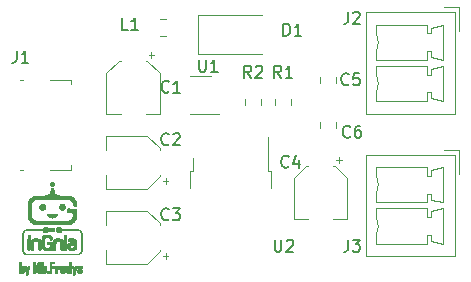
<source format=gbr>
G04 #@! TF.GenerationSoftware,KiCad,Pcbnew,(5.1.5)-3*
G04 #@! TF.CreationDate,2022-12-25T19:48:09-05:00*
G04 #@! TF.ProjectId,_autosave-Fuente_Alimentaci_n,5f617574-6f73-4617-9665-2d4675656e74,rev?*
G04 #@! TF.SameCoordinates,Original*
G04 #@! TF.FileFunction,Legend,Top*
G04 #@! TF.FilePolarity,Positive*
%FSLAX46Y46*%
G04 Gerber Fmt 4.6, Leading zero omitted, Abs format (unit mm)*
G04 Created by KiCad (PCBNEW (5.1.5)-3) date 2022-12-25 19:48:09*
%MOMM*%
%LPD*%
G04 APERTURE LIST*
%ADD10C,0.120000*%
%ADD11C,0.010000*%
%ADD12C,0.150000*%
G04 APERTURE END LIST*
D10*
X84085000Y-94275000D02*
X82285000Y-94275000D01*
X82285000Y-97495000D02*
X84735000Y-97495000D01*
X86920000Y-96261422D02*
X86920000Y-96778578D01*
X88340000Y-96261422D02*
X88340000Y-96778578D01*
X89460000Y-96778578D02*
X89460000Y-96261422D01*
X90880000Y-96778578D02*
X90880000Y-96261422D01*
X72195000Y-102235000D02*
X72195000Y-101855000D01*
X68145000Y-102235000D02*
X67885000Y-102235000D01*
X72195000Y-102235000D02*
X70425000Y-102235000D01*
X72195000Y-94615000D02*
X72195000Y-94995000D01*
X70425000Y-94615000D02*
X72195000Y-94615000D01*
X67885000Y-94615000D02*
X68145000Y-94615000D01*
X79751422Y-89460000D02*
X80268578Y-89460000D01*
X79751422Y-90880000D02*
X80268578Y-90880000D01*
X105080000Y-100555000D02*
X105080000Y-102555000D01*
X103830000Y-100555000D02*
X105080000Y-100555000D01*
X98080000Y-108505000D02*
X98080000Y-107755000D01*
X102380000Y-108505000D02*
X98080000Y-108505000D01*
X102380000Y-107755000D02*
X102380000Y-108505000D01*
X102730000Y-107755000D02*
X102380000Y-107755000D01*
X102730000Y-108255000D02*
X102730000Y-107755000D01*
X103730000Y-108505000D02*
X102730000Y-108255000D01*
X103730000Y-105505000D02*
X103730000Y-108505000D01*
X102730000Y-105755000D02*
X103730000Y-105505000D01*
X102730000Y-106255000D02*
X102730000Y-105755000D01*
X102380000Y-106255000D02*
X102730000Y-106255000D01*
X102380000Y-105505000D02*
X102380000Y-106255000D01*
X98080000Y-105505000D02*
X102380000Y-105505000D01*
X98080000Y-106255000D02*
X98080000Y-105505000D01*
X98080000Y-105005000D02*
X98080000Y-104255000D01*
X102380000Y-105005000D02*
X98080000Y-105005000D01*
X102380000Y-104255000D02*
X102380000Y-105005000D01*
X102730000Y-104255000D02*
X102380000Y-104255000D01*
X102730000Y-104755000D02*
X102730000Y-104255000D01*
X103730000Y-105005000D02*
X102730000Y-104755000D01*
X103730000Y-102005000D02*
X103730000Y-105005000D01*
X102730000Y-102255000D02*
X103730000Y-102005000D01*
X102730000Y-102755000D02*
X102730000Y-102255000D01*
X102380000Y-102755000D02*
X102730000Y-102755000D01*
X102380000Y-102005000D02*
X102380000Y-102755000D01*
X98080000Y-102005000D02*
X102380000Y-102005000D01*
X98080000Y-102755000D02*
X98080000Y-102005000D01*
X104690000Y-109565000D02*
X104690000Y-100945000D01*
X97220000Y-109565000D02*
X104690000Y-109565000D01*
X97220000Y-100945000D02*
X97220000Y-109565000D01*
X104690000Y-100945000D02*
X97220000Y-100945000D01*
X98080155Y-107754647D02*
G75*
G03X98080000Y-106255000I-1700155J749647D01*
G01*
X98080155Y-104254647D02*
G75*
G03X98080000Y-102755000I-1700155J749647D01*
G01*
X75210000Y-97510000D02*
X76410000Y-97510000D01*
X79730000Y-97510000D02*
X78530000Y-97510000D01*
X79730000Y-94054437D02*
X79730000Y-97510000D01*
X75210000Y-94054437D02*
X75210000Y-97510000D01*
X76274437Y-92990000D02*
X76410000Y-92990000D01*
X78665563Y-92990000D02*
X78530000Y-92990000D01*
X78665563Y-92990000D02*
X79730000Y-94054437D01*
X76274437Y-92990000D02*
X75210000Y-94054437D01*
X79030000Y-92250000D02*
X79030000Y-92750000D01*
X79280000Y-92500000D02*
X78780000Y-92500000D01*
X80220000Y-103410000D02*
X80220000Y-102910000D01*
X80470000Y-103160000D02*
X79970000Y-103160000D01*
X79730000Y-100404437D02*
X78665563Y-99340000D01*
X79730000Y-102795563D02*
X78665563Y-103860000D01*
X79730000Y-102795563D02*
X79730000Y-102660000D01*
X79730000Y-100404437D02*
X79730000Y-100540000D01*
X78665563Y-99340000D02*
X75210000Y-99340000D01*
X78665563Y-103860000D02*
X75210000Y-103860000D01*
X75210000Y-103860000D02*
X75210000Y-102660000D01*
X75210000Y-99340000D02*
X75210000Y-100540000D01*
X91085000Y-106400000D02*
X92285000Y-106400000D01*
X95605000Y-106400000D02*
X94405000Y-106400000D01*
X95605000Y-102944437D02*
X95605000Y-106400000D01*
X91085000Y-102944437D02*
X91085000Y-106400000D01*
X92149437Y-101880000D02*
X92285000Y-101880000D01*
X94540563Y-101880000D02*
X94405000Y-101880000D01*
X94540563Y-101880000D02*
X95605000Y-102944437D01*
X92149437Y-101880000D02*
X91085000Y-102944437D01*
X94905000Y-101140000D02*
X94905000Y-101640000D01*
X95155000Y-101390000D02*
X94655000Y-101390000D01*
X82960000Y-89155000D02*
X82960000Y-92455000D01*
X82960000Y-92455000D02*
X88360000Y-92455000D01*
X82960000Y-89155000D02*
X88360000Y-89155000D01*
X98080155Y-92189647D02*
G75*
G03X98080000Y-90690000I-1700155J749647D01*
G01*
X98080155Y-95689647D02*
G75*
G03X98080000Y-94190000I-1700155J749647D01*
G01*
X104690000Y-88880000D02*
X97220000Y-88880000D01*
X97220000Y-88880000D02*
X97220000Y-97500000D01*
X97220000Y-97500000D02*
X104690000Y-97500000D01*
X104690000Y-97500000D02*
X104690000Y-88880000D01*
X98080000Y-90690000D02*
X98080000Y-89940000D01*
X98080000Y-89940000D02*
X102380000Y-89940000D01*
X102380000Y-89940000D02*
X102380000Y-90690000D01*
X102380000Y-90690000D02*
X102730000Y-90690000D01*
X102730000Y-90690000D02*
X102730000Y-90190000D01*
X102730000Y-90190000D02*
X103730000Y-89940000D01*
X103730000Y-89940000D02*
X103730000Y-92940000D01*
X103730000Y-92940000D02*
X102730000Y-92690000D01*
X102730000Y-92690000D02*
X102730000Y-92190000D01*
X102730000Y-92190000D02*
X102380000Y-92190000D01*
X102380000Y-92190000D02*
X102380000Y-92940000D01*
X102380000Y-92940000D02*
X98080000Y-92940000D01*
X98080000Y-92940000D02*
X98080000Y-92190000D01*
X98080000Y-94190000D02*
X98080000Y-93440000D01*
X98080000Y-93440000D02*
X102380000Y-93440000D01*
X102380000Y-93440000D02*
X102380000Y-94190000D01*
X102380000Y-94190000D02*
X102730000Y-94190000D01*
X102730000Y-94190000D02*
X102730000Y-93690000D01*
X102730000Y-93690000D02*
X103730000Y-93440000D01*
X103730000Y-93440000D02*
X103730000Y-96440000D01*
X103730000Y-96440000D02*
X102730000Y-96190000D01*
X102730000Y-96190000D02*
X102730000Y-95690000D01*
X102730000Y-95690000D02*
X102380000Y-95690000D01*
X102380000Y-95690000D02*
X102380000Y-96440000D01*
X102380000Y-96440000D02*
X98080000Y-96440000D01*
X98080000Y-96440000D02*
X98080000Y-95690000D01*
X103830000Y-88490000D02*
X105080000Y-88490000D01*
X105080000Y-88490000D02*
X105080000Y-90490000D01*
X94690000Y-98166422D02*
X94690000Y-98683578D01*
X93270000Y-98166422D02*
X93270000Y-98683578D01*
X94690000Y-94873578D02*
X94690000Y-94356422D01*
X93270000Y-94873578D02*
X93270000Y-94356422D01*
X80220000Y-109760000D02*
X80220000Y-109260000D01*
X80470000Y-109510000D02*
X79970000Y-109510000D01*
X79730000Y-106754437D02*
X78665563Y-105690000D01*
X79730000Y-109145563D02*
X78665563Y-110210000D01*
X79730000Y-109145563D02*
X79730000Y-109010000D01*
X79730000Y-106754437D02*
X79730000Y-106890000D01*
X78665563Y-105690000D02*
X75210000Y-105690000D01*
X78665563Y-110210000D02*
X75210000Y-110210000D01*
X75210000Y-110210000D02*
X75210000Y-109010000D01*
X75210000Y-105690000D02*
X75210000Y-106890000D01*
X89175000Y-103805000D02*
X89175000Y-102305000D01*
X89175000Y-102305000D02*
X88905000Y-102305000D01*
X88905000Y-102305000D02*
X88905000Y-99475000D01*
X82275000Y-103805000D02*
X82275000Y-102305000D01*
X82275000Y-102305000D02*
X82545000Y-102305000D01*
X82545000Y-102305000D02*
X82545000Y-101205000D01*
D11*
G36*
X73022585Y-110351072D02*
G01*
X73074904Y-110354855D01*
X73109676Y-110363849D01*
X73130820Y-110380254D01*
X73142258Y-110406271D01*
X73147909Y-110444099D01*
X73149417Y-110462893D01*
X73155052Y-110540800D01*
X73090026Y-110540800D01*
X73051863Y-110540019D01*
X73032623Y-110535149D01*
X73025828Y-110522394D01*
X73025000Y-110502700D01*
X73025000Y-110464600D01*
X72947956Y-110464600D01*
X72905546Y-110465088D01*
X72882895Y-110468347D01*
X72874365Y-110477070D01*
X72874315Y-110493946D01*
X72874931Y-110499450D01*
X72879913Y-110516998D01*
X72893130Y-110533890D01*
X72918547Y-110553345D01*
X72960127Y-110578582D01*
X72999404Y-110600549D01*
X73050654Y-110629936D01*
X73094516Y-110657301D01*
X73125481Y-110679079D01*
X73136871Y-110689524D01*
X73146613Y-110715469D01*
X73150476Y-110761092D01*
X73149621Y-110811805D01*
X73146499Y-110863292D01*
X73139691Y-110899733D01*
X73125343Y-110923728D01*
X73099602Y-110937873D01*
X73058614Y-110944766D01*
X72998526Y-110947007D01*
X72948800Y-110947200D01*
X72874465Y-110946024D01*
X72822434Y-110942292D01*
X72789707Y-110935698D01*
X72777302Y-110929685D01*
X72762679Y-110911844D01*
X72753518Y-110880611D01*
X72748126Y-110830119D01*
X72747995Y-110828085D01*
X72742641Y-110744000D01*
X72885300Y-110744000D01*
X72885300Y-110832900D01*
X73026609Y-110832900D01*
X73022629Y-110791905D01*
X73019061Y-110772952D01*
X73009873Y-110756610D01*
X72991106Y-110739454D01*
X72958803Y-110718058D01*
X72909005Y-110688997D01*
X72893666Y-110680307D01*
X72842150Y-110649858D01*
X72798482Y-110621538D01*
X72767785Y-110598826D01*
X72755782Y-110586650D01*
X72749961Y-110562757D01*
X72747138Y-110522358D01*
X72747908Y-110474613D01*
X72751682Y-110427191D01*
X72759360Y-110393667D01*
X72774830Y-110371636D01*
X72801980Y-110358692D01*
X72844697Y-110352429D01*
X72906870Y-110350442D01*
X72948800Y-110350300D01*
X73022585Y-110351072D01*
G37*
X73022585Y-110351072D02*
X73074904Y-110354855D01*
X73109676Y-110363849D01*
X73130820Y-110380254D01*
X73142258Y-110406271D01*
X73147909Y-110444099D01*
X73149417Y-110462893D01*
X73155052Y-110540800D01*
X73090026Y-110540800D01*
X73051863Y-110540019D01*
X73032623Y-110535149D01*
X73025828Y-110522394D01*
X73025000Y-110502700D01*
X73025000Y-110464600D01*
X72947956Y-110464600D01*
X72905546Y-110465088D01*
X72882895Y-110468347D01*
X72874365Y-110477070D01*
X72874315Y-110493946D01*
X72874931Y-110499450D01*
X72879913Y-110516998D01*
X72893130Y-110533890D01*
X72918547Y-110553345D01*
X72960127Y-110578582D01*
X72999404Y-110600549D01*
X73050654Y-110629936D01*
X73094516Y-110657301D01*
X73125481Y-110679079D01*
X73136871Y-110689524D01*
X73146613Y-110715469D01*
X73150476Y-110761092D01*
X73149621Y-110811805D01*
X73146499Y-110863292D01*
X73139691Y-110899733D01*
X73125343Y-110923728D01*
X73099602Y-110937873D01*
X73058614Y-110944766D01*
X72998526Y-110947007D01*
X72948800Y-110947200D01*
X72874465Y-110946024D01*
X72822434Y-110942292D01*
X72789707Y-110935698D01*
X72777302Y-110929685D01*
X72762679Y-110911844D01*
X72753518Y-110880611D01*
X72748126Y-110830119D01*
X72747995Y-110828085D01*
X72742641Y-110744000D01*
X72885300Y-110744000D01*
X72885300Y-110832900D01*
X73026609Y-110832900D01*
X73022629Y-110791905D01*
X73019061Y-110772952D01*
X73009873Y-110756610D01*
X72991106Y-110739454D01*
X72958803Y-110718058D01*
X72909005Y-110688997D01*
X72893666Y-110680307D01*
X72842150Y-110649858D01*
X72798482Y-110621538D01*
X72767785Y-110598826D01*
X72755782Y-110586650D01*
X72749961Y-110562757D01*
X72747138Y-110522358D01*
X72747908Y-110474613D01*
X72751682Y-110427191D01*
X72759360Y-110393667D01*
X72774830Y-110371636D01*
X72801980Y-110358692D01*
X72844697Y-110352429D01*
X72906870Y-110350442D01*
X72948800Y-110350300D01*
X73022585Y-110351072D01*
G36*
X72224900Y-110947200D02*
G01*
X72155050Y-110947200D01*
X72111577Y-110945143D01*
X72089650Y-110938382D01*
X72085200Y-110929817D01*
X72081561Y-110920845D01*
X72067063Y-110918957D01*
X72036329Y-110924140D01*
X72012175Y-110929618D01*
X71961917Y-110940457D01*
X71927121Y-110944675D01*
X71898890Y-110942860D01*
X71878652Y-110938412D01*
X71858766Y-110929242D01*
X71843625Y-110911457D01*
X71832644Y-110882076D01*
X71825236Y-110838119D01*
X71820817Y-110776606D01*
X71818898Y-110698520D01*
X71960101Y-110698520D01*
X71960271Y-110753127D01*
X71961404Y-110793825D01*
X71963419Y-110815235D01*
X71963753Y-110816353D01*
X71977077Y-110830225D01*
X72003995Y-110830639D01*
X72045204Y-110818957D01*
X72085200Y-110805015D01*
X72085200Y-110463208D01*
X71964550Y-110470950D01*
X71960976Y-110635378D01*
X71960101Y-110698520D01*
X71818898Y-110698520D01*
X71818800Y-110694557D01*
X71818500Y-110632299D01*
X71818644Y-110542819D01*
X71820317Y-110475472D01*
X71825376Y-110426993D01*
X71835681Y-110394116D01*
X71853089Y-110373577D01*
X71879460Y-110362111D01*
X71916650Y-110356453D01*
X71966520Y-110353337D01*
X71977611Y-110352761D01*
X72085200Y-110347114D01*
X72085200Y-110020100D01*
X72224900Y-110020100D01*
X72224900Y-110947200D01*
G37*
X72224900Y-110947200D02*
X72155050Y-110947200D01*
X72111577Y-110945143D01*
X72089650Y-110938382D01*
X72085200Y-110929817D01*
X72081561Y-110920845D01*
X72067063Y-110918957D01*
X72036329Y-110924140D01*
X72012175Y-110929618D01*
X71961917Y-110940457D01*
X71927121Y-110944675D01*
X71898890Y-110942860D01*
X71878652Y-110938412D01*
X71858766Y-110929242D01*
X71843625Y-110911457D01*
X71832644Y-110882076D01*
X71825236Y-110838119D01*
X71820817Y-110776606D01*
X71818898Y-110698520D01*
X71960101Y-110698520D01*
X71960271Y-110753127D01*
X71961404Y-110793825D01*
X71963419Y-110815235D01*
X71963753Y-110816353D01*
X71977077Y-110830225D01*
X72003995Y-110830639D01*
X72045204Y-110818957D01*
X72085200Y-110805015D01*
X72085200Y-110463208D01*
X71964550Y-110470950D01*
X71960976Y-110635378D01*
X71960101Y-110698520D01*
X71818898Y-110698520D01*
X71818800Y-110694557D01*
X71818500Y-110632299D01*
X71818644Y-110542819D01*
X71820317Y-110475472D01*
X71825376Y-110426993D01*
X71835681Y-110394116D01*
X71853089Y-110373577D01*
X71879460Y-110362111D01*
X71916650Y-110356453D01*
X71966520Y-110353337D01*
X71977611Y-110352761D01*
X72085200Y-110347114D01*
X72085200Y-110020100D01*
X72224900Y-110020100D01*
X72224900Y-110947200D01*
G36*
X71511272Y-110350300D02*
G01*
X71586055Y-110350767D01*
X71639260Y-110354151D01*
X71674707Y-110363426D01*
X71696218Y-110381565D01*
X71707613Y-110411541D01*
X71712715Y-110456327D01*
X71714977Y-110508803D01*
X71716334Y-110577634D01*
X71712215Y-110625100D01*
X71699105Y-110655160D01*
X71673489Y-110671772D01*
X71631853Y-110678897D01*
X71570681Y-110680492D01*
X71562531Y-110680500D01*
X71450200Y-110680500D01*
X71450200Y-110832900D01*
X71589900Y-110832900D01*
X71589900Y-110744000D01*
X71719858Y-110744000D01*
X71714504Y-110828085D01*
X71710467Y-110873362D01*
X71702474Y-110905429D01*
X71686645Y-110926558D01*
X71659102Y-110939024D01*
X71615967Y-110945098D01*
X71553361Y-110947055D01*
X71511272Y-110947200D01*
X71445973Y-110946757D01*
X71401039Y-110944943D01*
X71371442Y-110941029D01*
X71352156Y-110934288D01*
X71338153Y-110923992D01*
X71335900Y-110921800D01*
X71327125Y-110911456D01*
X71320636Y-110898037D01*
X71316090Y-110877871D01*
X71313145Y-110847282D01*
X71311459Y-110802599D01*
X71310692Y-110740148D01*
X71310500Y-110656255D01*
X71310500Y-110648750D01*
X71310427Y-110554198D01*
X71311559Y-110482021D01*
X71312998Y-110464600D01*
X71450200Y-110464600D01*
X71450200Y-110604300D01*
X71577200Y-110604300D01*
X71577200Y-110464600D01*
X71450200Y-110464600D01*
X71312998Y-110464600D01*
X71315922Y-110429207D01*
X71325542Y-110392744D01*
X71342445Y-110369621D01*
X71368658Y-110356824D01*
X71406207Y-110351344D01*
X71457118Y-110350166D01*
X71511272Y-110350300D01*
G37*
X71511272Y-110350300D02*
X71586055Y-110350767D01*
X71639260Y-110354151D01*
X71674707Y-110363426D01*
X71696218Y-110381565D01*
X71707613Y-110411541D01*
X71712715Y-110456327D01*
X71714977Y-110508803D01*
X71716334Y-110577634D01*
X71712215Y-110625100D01*
X71699105Y-110655160D01*
X71673489Y-110671772D01*
X71631853Y-110678897D01*
X71570681Y-110680492D01*
X71562531Y-110680500D01*
X71450200Y-110680500D01*
X71450200Y-110832900D01*
X71589900Y-110832900D01*
X71589900Y-110744000D01*
X71719858Y-110744000D01*
X71714504Y-110828085D01*
X71710467Y-110873362D01*
X71702474Y-110905429D01*
X71686645Y-110926558D01*
X71659102Y-110939024D01*
X71615967Y-110945098D01*
X71553361Y-110947055D01*
X71511272Y-110947200D01*
X71445973Y-110946757D01*
X71401039Y-110944943D01*
X71371442Y-110941029D01*
X71352156Y-110934288D01*
X71338153Y-110923992D01*
X71335900Y-110921800D01*
X71327125Y-110911456D01*
X71320636Y-110898037D01*
X71316090Y-110877871D01*
X71313145Y-110847282D01*
X71311459Y-110802599D01*
X71310692Y-110740148D01*
X71310500Y-110656255D01*
X71310500Y-110648750D01*
X71310427Y-110554198D01*
X71311559Y-110482021D01*
X71312998Y-110464600D01*
X71450200Y-110464600D01*
X71450200Y-110604300D01*
X71577200Y-110604300D01*
X71577200Y-110464600D01*
X71450200Y-110464600D01*
X71312998Y-110464600D01*
X71315922Y-110429207D01*
X71325542Y-110392744D01*
X71342445Y-110369621D01*
X71368658Y-110356824D01*
X71406207Y-110351344D01*
X71457118Y-110350166D01*
X71511272Y-110350300D01*
G36*
X71188532Y-110353720D02*
G01*
X71201586Y-110363965D01*
X71210304Y-110374280D01*
X71223306Y-110396248D01*
X71230773Y-110426640D01*
X71233941Y-110472143D01*
X71234300Y-110504106D01*
X71234300Y-110604300D01*
X71094600Y-110604300D01*
X71094600Y-110533594D01*
X71093914Y-110493585D01*
X71090206Y-110473552D01*
X71080998Y-110468077D01*
X71066025Y-110471101D01*
X71032880Y-110480546D01*
X71015225Y-110485513D01*
X71007257Y-110489801D01*
X71001443Y-110499896D01*
X70997449Y-110519301D01*
X70994943Y-110551524D01*
X70993592Y-110600068D01*
X70993062Y-110668439D01*
X70993000Y-110719455D01*
X70993000Y-110947200D01*
X70853300Y-110947200D01*
X70853300Y-110350300D01*
X70922091Y-110350300D01*
X70960987Y-110352527D01*
X70987877Y-110358257D01*
X70995275Y-110363476D01*
X71009418Y-110369275D01*
X71046108Y-110367562D01*
X71092988Y-110360650D01*
X71140922Y-110352840D01*
X71170540Y-110350270D01*
X71188532Y-110353720D01*
G37*
X71188532Y-110353720D02*
X71201586Y-110363965D01*
X71210304Y-110374280D01*
X71223306Y-110396248D01*
X71230773Y-110426640D01*
X71233941Y-110472143D01*
X71234300Y-110504106D01*
X71234300Y-110604300D01*
X71094600Y-110604300D01*
X71094600Y-110533594D01*
X71093914Y-110493585D01*
X71090206Y-110473552D01*
X71080998Y-110468077D01*
X71066025Y-110471101D01*
X71032880Y-110480546D01*
X71015225Y-110485513D01*
X71007257Y-110489801D01*
X71001443Y-110499896D01*
X70997449Y-110519301D01*
X70994943Y-110551524D01*
X70993592Y-110600068D01*
X70993062Y-110668439D01*
X70993000Y-110719455D01*
X70993000Y-110947200D01*
X70853300Y-110947200D01*
X70853300Y-110350300D01*
X70922091Y-110350300D01*
X70960987Y-110352527D01*
X70987877Y-110358257D01*
X70995275Y-110363476D01*
X71009418Y-110369275D01*
X71046108Y-110367562D01*
X71092988Y-110360650D01*
X71140922Y-110352840D01*
X71170540Y-110350270D01*
X71188532Y-110353720D01*
G36*
X70802500Y-110147100D02*
G01*
X70561200Y-110147100D01*
X70561200Y-110413800D01*
X70764400Y-110413800D01*
X70764400Y-110540800D01*
X70561200Y-110540800D01*
X70561200Y-110947200D01*
X70421500Y-110947200D01*
X70421500Y-110020100D01*
X70802500Y-110020100D01*
X70802500Y-110147100D01*
G37*
X70802500Y-110147100D02*
X70561200Y-110147100D01*
X70561200Y-110413800D01*
X70764400Y-110413800D01*
X70764400Y-110540800D01*
X70561200Y-110540800D01*
X70561200Y-110947200D01*
X70421500Y-110947200D01*
X70421500Y-110020100D01*
X70802500Y-110020100D01*
X70802500Y-110147100D01*
G36*
X70319900Y-110947200D02*
G01*
X70180200Y-110947200D01*
X70180200Y-110794800D01*
X70319900Y-110794800D01*
X70319900Y-110947200D01*
G37*
X70319900Y-110947200D02*
X70180200Y-110947200D01*
X70180200Y-110794800D01*
X70319900Y-110794800D01*
X70319900Y-110947200D01*
G36*
X69811900Y-110378453D02*
G01*
X69840475Y-110371345D01*
X69867859Y-110366364D01*
X69910622Y-110360493D01*
X69952956Y-110355700D01*
X69992237Y-110352317D01*
X70022337Y-110353082D01*
X70044480Y-110360853D01*
X70059885Y-110378487D01*
X70069775Y-110408843D01*
X70075372Y-110454778D01*
X70077898Y-110519150D01*
X70078574Y-110604817D01*
X70078600Y-110649607D01*
X70078776Y-110742635D01*
X70077696Y-110813390D01*
X70072948Y-110864971D01*
X70062118Y-110900478D01*
X70042794Y-110923010D01*
X70012564Y-110935669D01*
X69969015Y-110941553D01*
X69909733Y-110943763D01*
X69848707Y-110944984D01*
X69672200Y-110949119D01*
X69672200Y-110597750D01*
X69811798Y-110597750D01*
X69811900Y-110663001D01*
X69811900Y-110834291D01*
X69872225Y-110830420D01*
X69932550Y-110826550D01*
X69936080Y-110644487D01*
X69939610Y-110462425D01*
X69897980Y-110470811D01*
X69863728Y-110477518D01*
X69839980Y-110484314D01*
X69824825Y-110495467D01*
X69816350Y-110515245D01*
X69812645Y-110547917D01*
X69811798Y-110597750D01*
X69672200Y-110597750D01*
X69672200Y-110020100D01*
X69811900Y-110020100D01*
X69811900Y-110378453D01*
G37*
X69811900Y-110378453D02*
X69840475Y-110371345D01*
X69867859Y-110366364D01*
X69910622Y-110360493D01*
X69952956Y-110355700D01*
X69992237Y-110352317D01*
X70022337Y-110353082D01*
X70044480Y-110360853D01*
X70059885Y-110378487D01*
X70069775Y-110408843D01*
X70075372Y-110454778D01*
X70077898Y-110519150D01*
X70078574Y-110604817D01*
X70078600Y-110649607D01*
X70078776Y-110742635D01*
X70077696Y-110813390D01*
X70072948Y-110864971D01*
X70062118Y-110900478D01*
X70042794Y-110923010D01*
X70012564Y-110935669D01*
X69969015Y-110941553D01*
X69909733Y-110943763D01*
X69848707Y-110944984D01*
X69672200Y-110949119D01*
X69672200Y-110597750D01*
X69811798Y-110597750D01*
X69811900Y-110663001D01*
X69811900Y-110834291D01*
X69872225Y-110830420D01*
X69932550Y-110826550D01*
X69936080Y-110644487D01*
X69939610Y-110462425D01*
X69897980Y-110470811D01*
X69863728Y-110477518D01*
X69839980Y-110484314D01*
X69824825Y-110495467D01*
X69816350Y-110515245D01*
X69812645Y-110547917D01*
X69811798Y-110597750D01*
X69672200Y-110597750D01*
X69672200Y-110020100D01*
X69811900Y-110020100D01*
X69811900Y-110378453D01*
G36*
X69065426Y-110022611D02*
G01*
X69131753Y-110026450D01*
X69180485Y-110191550D01*
X69201367Y-110262329D01*
X69222355Y-110333521D01*
X69241029Y-110396911D01*
X69254967Y-110444286D01*
X69255136Y-110444861D01*
X69270989Y-110492781D01*
X69283057Y-110515703D01*
X69290920Y-110514711D01*
X69297363Y-110497212D01*
X69309457Y-110459367D01*
X69325953Y-110405273D01*
X69345605Y-110339031D01*
X69367162Y-110264737D01*
X69369017Y-110258272D01*
X69437250Y-110020195D01*
X69503925Y-110020147D01*
X69570600Y-110020100D01*
X69570600Y-110947200D01*
X69431436Y-110947200D01*
X69424550Y-110445550D01*
X69373038Y-110648750D01*
X69353945Y-110723652D01*
X69339579Y-110777431D01*
X69328427Y-110813586D01*
X69318977Y-110835617D01*
X69309717Y-110847022D01*
X69299134Y-110851300D01*
X69285717Y-110851949D01*
X69285210Y-110851950D01*
X69271643Y-110851347D01*
X69260957Y-110847202D01*
X69251625Y-110836012D01*
X69242117Y-110814271D01*
X69230905Y-110778475D01*
X69216459Y-110725120D01*
X69197250Y-110650701D01*
X69197021Y-110649809D01*
X69145150Y-110447669D01*
X69141706Y-110697434D01*
X69138263Y-110947200D01*
X68999100Y-110947200D01*
X68999100Y-110018772D01*
X69065426Y-110022611D01*
G37*
X69065426Y-110022611D02*
X69131753Y-110026450D01*
X69180485Y-110191550D01*
X69201367Y-110262329D01*
X69222355Y-110333521D01*
X69241029Y-110396911D01*
X69254967Y-110444286D01*
X69255136Y-110444861D01*
X69270989Y-110492781D01*
X69283057Y-110515703D01*
X69290920Y-110514711D01*
X69297363Y-110497212D01*
X69309457Y-110459367D01*
X69325953Y-110405273D01*
X69345605Y-110339031D01*
X69367162Y-110264737D01*
X69369017Y-110258272D01*
X69437250Y-110020195D01*
X69503925Y-110020147D01*
X69570600Y-110020100D01*
X69570600Y-110947200D01*
X69431436Y-110947200D01*
X69424550Y-110445550D01*
X69373038Y-110648750D01*
X69353945Y-110723652D01*
X69339579Y-110777431D01*
X69328427Y-110813586D01*
X69318977Y-110835617D01*
X69309717Y-110847022D01*
X69299134Y-110851300D01*
X69285717Y-110851949D01*
X69285210Y-110851950D01*
X69271643Y-110851347D01*
X69260957Y-110847202D01*
X69251625Y-110836012D01*
X69242117Y-110814271D01*
X69230905Y-110778475D01*
X69216459Y-110725120D01*
X69197250Y-110650701D01*
X69197021Y-110649809D01*
X69145150Y-110447669D01*
X69141706Y-110697434D01*
X69138263Y-110947200D01*
X68999100Y-110947200D01*
X68999100Y-110018772D01*
X69065426Y-110022611D01*
G36*
X67957700Y-110378453D02*
G01*
X67986275Y-110371345D01*
X68013659Y-110366364D01*
X68056422Y-110360493D01*
X68098756Y-110355700D01*
X68138037Y-110352317D01*
X68168137Y-110353082D01*
X68190280Y-110360853D01*
X68205685Y-110378487D01*
X68215575Y-110408843D01*
X68221172Y-110454778D01*
X68223698Y-110519150D01*
X68224374Y-110604817D01*
X68224400Y-110649607D01*
X68224576Y-110742635D01*
X68223496Y-110813390D01*
X68218748Y-110864971D01*
X68207918Y-110900478D01*
X68188594Y-110923010D01*
X68158364Y-110935669D01*
X68114815Y-110941553D01*
X68055533Y-110943763D01*
X67994507Y-110944984D01*
X67818000Y-110949119D01*
X67818000Y-110597750D01*
X67957598Y-110597750D01*
X67957700Y-110663001D01*
X67957700Y-110834291D01*
X68018025Y-110830420D01*
X68078350Y-110826550D01*
X68081880Y-110644487D01*
X68085410Y-110462425D01*
X68043780Y-110470811D01*
X68009528Y-110477518D01*
X67985780Y-110484314D01*
X67970625Y-110495467D01*
X67962150Y-110515245D01*
X67958445Y-110547917D01*
X67957598Y-110597750D01*
X67818000Y-110597750D01*
X67818000Y-110020100D01*
X67957700Y-110020100D01*
X67957700Y-110378453D01*
G37*
X67957700Y-110378453D02*
X67986275Y-110371345D01*
X68013659Y-110366364D01*
X68056422Y-110360493D01*
X68098756Y-110355700D01*
X68138037Y-110352317D01*
X68168137Y-110353082D01*
X68190280Y-110360853D01*
X68205685Y-110378487D01*
X68215575Y-110408843D01*
X68221172Y-110454778D01*
X68223698Y-110519150D01*
X68224374Y-110604817D01*
X68224400Y-110649607D01*
X68224576Y-110742635D01*
X68223496Y-110813390D01*
X68218748Y-110864971D01*
X68207918Y-110900478D01*
X68188594Y-110923010D01*
X68158364Y-110935669D01*
X68114815Y-110941553D01*
X68055533Y-110943763D01*
X67994507Y-110944984D01*
X67818000Y-110949119D01*
X67818000Y-110597750D01*
X67957598Y-110597750D01*
X67957700Y-110663001D01*
X67957700Y-110834291D01*
X68018025Y-110830420D01*
X68078350Y-110826550D01*
X68081880Y-110644487D01*
X68085410Y-110462425D01*
X68043780Y-110470811D01*
X68009528Y-110477518D01*
X67985780Y-110484314D01*
X67970625Y-110495467D01*
X67962150Y-110515245D01*
X67958445Y-110547917D01*
X67957598Y-110597750D01*
X67818000Y-110597750D01*
X67818000Y-110020100D01*
X67957700Y-110020100D01*
X67957700Y-110378453D01*
G36*
X72452275Y-110543975D02*
G01*
X72462431Y-110610882D01*
X72471494Y-110668260D01*
X72478742Y-110711714D01*
X72483453Y-110736850D01*
X72484703Y-110741277D01*
X72487873Y-110731069D01*
X72493804Y-110700609D01*
X72501707Y-110654794D01*
X72510788Y-110598523D01*
X72520259Y-110536694D01*
X72529327Y-110474205D01*
X72537071Y-110416975D01*
X72545672Y-110350300D01*
X72613886Y-110350300D01*
X72651628Y-110351901D01*
X72676394Y-110356024D01*
X72682086Y-110359825D01*
X72679378Y-110374110D01*
X72671708Y-110410123D01*
X72659748Y-110464825D01*
X72644169Y-110535177D01*
X72625642Y-110618139D01*
X72604839Y-110710673D01*
X72593186Y-110762265D01*
X72571485Y-110858311D01*
X72551701Y-110946107D01*
X72534501Y-111022669D01*
X72520554Y-111085012D01*
X72510528Y-111130154D01*
X72505092Y-111155110D01*
X72504300Y-111159140D01*
X72492797Y-111161291D01*
X72463076Y-111162729D01*
X72433091Y-111163100D01*
X72390533Y-111161355D01*
X72370125Y-111155627D01*
X72367862Y-111147225D01*
X72373499Y-111127810D01*
X72382938Y-111090989D01*
X72394306Y-111044110D01*
X72396307Y-111035620D01*
X72418773Y-110939891D01*
X72353554Y-110654620D01*
X72334960Y-110572882D01*
X72318432Y-110499459D01*
X72304769Y-110437958D01*
X72294768Y-110391984D01*
X72289226Y-110365146D01*
X72288368Y-110359825D01*
X72299852Y-110354530D01*
X72329350Y-110351072D01*
X72355907Y-110350299D01*
X72423415Y-110350299D01*
X72452275Y-110543975D01*
G37*
X72452275Y-110543975D02*
X72462431Y-110610882D01*
X72471494Y-110668260D01*
X72478742Y-110711714D01*
X72483453Y-110736850D01*
X72484703Y-110741277D01*
X72487873Y-110731069D01*
X72493804Y-110700609D01*
X72501707Y-110654794D01*
X72510788Y-110598523D01*
X72520259Y-110536694D01*
X72529327Y-110474205D01*
X72537071Y-110416975D01*
X72545672Y-110350300D01*
X72613886Y-110350300D01*
X72651628Y-110351901D01*
X72676394Y-110356024D01*
X72682086Y-110359825D01*
X72679378Y-110374110D01*
X72671708Y-110410123D01*
X72659748Y-110464825D01*
X72644169Y-110535177D01*
X72625642Y-110618139D01*
X72604839Y-110710673D01*
X72593186Y-110762265D01*
X72571485Y-110858311D01*
X72551701Y-110946107D01*
X72534501Y-111022669D01*
X72520554Y-111085012D01*
X72510528Y-111130154D01*
X72505092Y-111155110D01*
X72504300Y-111159140D01*
X72492797Y-111161291D01*
X72463076Y-111162729D01*
X72433091Y-111163100D01*
X72390533Y-111161355D01*
X72370125Y-111155627D01*
X72367862Y-111147225D01*
X72373499Y-111127810D01*
X72382938Y-111090989D01*
X72394306Y-111044110D01*
X72396307Y-111035620D01*
X72418773Y-110939891D01*
X72353554Y-110654620D01*
X72334960Y-110572882D01*
X72318432Y-110499459D01*
X72304769Y-110437958D01*
X72294768Y-110391984D01*
X72289226Y-110365146D01*
X72288368Y-110359825D01*
X72299852Y-110354530D01*
X72329350Y-110351072D01*
X72355907Y-110350299D01*
X72423415Y-110350299D01*
X72452275Y-110543975D01*
G36*
X68451775Y-110543975D02*
G01*
X68461931Y-110610882D01*
X68470994Y-110668260D01*
X68478242Y-110711714D01*
X68482953Y-110736850D01*
X68484203Y-110741277D01*
X68487373Y-110731069D01*
X68493304Y-110700609D01*
X68501207Y-110654794D01*
X68510288Y-110598523D01*
X68519759Y-110536694D01*
X68528827Y-110474205D01*
X68536571Y-110416975D01*
X68545172Y-110350300D01*
X68613386Y-110350300D01*
X68651128Y-110351901D01*
X68675894Y-110356024D01*
X68681586Y-110359825D01*
X68678878Y-110374110D01*
X68671208Y-110410123D01*
X68659248Y-110464825D01*
X68643669Y-110535177D01*
X68625142Y-110618139D01*
X68604339Y-110710673D01*
X68592686Y-110762265D01*
X68570985Y-110858311D01*
X68551201Y-110946107D01*
X68534001Y-111022669D01*
X68520054Y-111085012D01*
X68510028Y-111130154D01*
X68504592Y-111155110D01*
X68503800Y-111159140D01*
X68492297Y-111161291D01*
X68462576Y-111162729D01*
X68432591Y-111163100D01*
X68390033Y-111161355D01*
X68369625Y-111155627D01*
X68367362Y-111147225D01*
X68372999Y-111127810D01*
X68382438Y-111090989D01*
X68393806Y-111044110D01*
X68395807Y-111035620D01*
X68418273Y-110939891D01*
X68353054Y-110654620D01*
X68334460Y-110572882D01*
X68317932Y-110499459D01*
X68304269Y-110437958D01*
X68294268Y-110391984D01*
X68288726Y-110365146D01*
X68287868Y-110359825D01*
X68299352Y-110354530D01*
X68328850Y-110351072D01*
X68355407Y-110350299D01*
X68422915Y-110350299D01*
X68451775Y-110543975D01*
G37*
X68451775Y-110543975D02*
X68461931Y-110610882D01*
X68470994Y-110668260D01*
X68478242Y-110711714D01*
X68482953Y-110736850D01*
X68484203Y-110741277D01*
X68487373Y-110731069D01*
X68493304Y-110700609D01*
X68501207Y-110654794D01*
X68510288Y-110598523D01*
X68519759Y-110536694D01*
X68528827Y-110474205D01*
X68536571Y-110416975D01*
X68545172Y-110350300D01*
X68613386Y-110350300D01*
X68651128Y-110351901D01*
X68675894Y-110356024D01*
X68681586Y-110359825D01*
X68678878Y-110374110D01*
X68671208Y-110410123D01*
X68659248Y-110464825D01*
X68643669Y-110535177D01*
X68625142Y-110618139D01*
X68604339Y-110710673D01*
X68592686Y-110762265D01*
X68570985Y-110858311D01*
X68551201Y-110946107D01*
X68534001Y-111022669D01*
X68520054Y-111085012D01*
X68510028Y-111130154D01*
X68504592Y-111155110D01*
X68503800Y-111159140D01*
X68492297Y-111161291D01*
X68462576Y-111162729D01*
X68432591Y-111163100D01*
X68390033Y-111161355D01*
X68369625Y-111155627D01*
X68367362Y-111147225D01*
X68372999Y-111127810D01*
X68382438Y-111090989D01*
X68393806Y-111044110D01*
X68395807Y-111035620D01*
X68418273Y-110939891D01*
X68353054Y-110654620D01*
X68334460Y-110572882D01*
X68317932Y-110499459D01*
X68304269Y-110437958D01*
X68294268Y-110391984D01*
X68288726Y-110365146D01*
X68287868Y-110359825D01*
X68299352Y-110354530D01*
X68328850Y-110351072D01*
X68355407Y-110350299D01*
X68422915Y-110350299D01*
X68451775Y-110543975D01*
G36*
X70624270Y-103249172D02*
G01*
X70639175Y-103250035D01*
X70650877Y-103252110D01*
X70662006Y-103255868D01*
X70675194Y-103261779D01*
X70675512Y-103261930D01*
X70706870Y-103281323D01*
X70733709Y-103307093D01*
X70754476Y-103337687D01*
X70757703Y-103344121D01*
X70763537Y-103357064D01*
X70767317Y-103367990D01*
X70769485Y-103379403D01*
X70770481Y-103393807D01*
X70770746Y-103413705D01*
X70770750Y-103418216D01*
X70770581Y-103439326D01*
X70769789Y-103454378D01*
X70767950Y-103465782D01*
X70764637Y-103475944D01*
X70759424Y-103487272D01*
X70758050Y-103490021D01*
X70739947Y-103518046D01*
X70715906Y-103543642D01*
X70688455Y-103564288D01*
X70677344Y-103570468D01*
X70663746Y-103576698D01*
X70651392Y-103580611D01*
X70637329Y-103582826D01*
X70618600Y-103583964D01*
X70612000Y-103584177D01*
X70586867Y-103584062D01*
X70566466Y-103582275D01*
X70554850Y-103579731D01*
X70519201Y-103563671D01*
X70488671Y-103540946D01*
X70463728Y-103511966D01*
X70449790Y-103488066D01*
X70443673Y-103474983D01*
X70439770Y-103464155D01*
X70437605Y-103452988D01*
X70436704Y-103438891D01*
X70436591Y-103419269D01*
X70436610Y-103416100D01*
X70437009Y-103394784D01*
X70438173Y-103379321D01*
X70440544Y-103367104D01*
X70444568Y-103355525D01*
X70448424Y-103346797D01*
X70463016Y-103322635D01*
X70483332Y-103298849D01*
X70506893Y-103277921D01*
X70531222Y-103262332D01*
X70534230Y-103260865D01*
X70546722Y-103255450D01*
X70557992Y-103252001D01*
X70570629Y-103250077D01*
X70587226Y-103249236D01*
X70603533Y-103249051D01*
X70624270Y-103249172D01*
G37*
X70624270Y-103249172D02*
X70639175Y-103250035D01*
X70650877Y-103252110D01*
X70662006Y-103255868D01*
X70675194Y-103261779D01*
X70675512Y-103261930D01*
X70706870Y-103281323D01*
X70733709Y-103307093D01*
X70754476Y-103337687D01*
X70757703Y-103344121D01*
X70763537Y-103357064D01*
X70767317Y-103367990D01*
X70769485Y-103379403D01*
X70770481Y-103393807D01*
X70770746Y-103413705D01*
X70770750Y-103418216D01*
X70770581Y-103439326D01*
X70769789Y-103454378D01*
X70767950Y-103465782D01*
X70764637Y-103475944D01*
X70759424Y-103487272D01*
X70758050Y-103490021D01*
X70739947Y-103518046D01*
X70715906Y-103543642D01*
X70688455Y-103564288D01*
X70677344Y-103570468D01*
X70663746Y-103576698D01*
X70651392Y-103580611D01*
X70637329Y-103582826D01*
X70618600Y-103583964D01*
X70612000Y-103584177D01*
X70586867Y-103584062D01*
X70566466Y-103582275D01*
X70554850Y-103579731D01*
X70519201Y-103563671D01*
X70488671Y-103540946D01*
X70463728Y-103511966D01*
X70449790Y-103488066D01*
X70443673Y-103474983D01*
X70439770Y-103464155D01*
X70437605Y-103452988D01*
X70436704Y-103438891D01*
X70436591Y-103419269D01*
X70436610Y-103416100D01*
X70437009Y-103394784D01*
X70438173Y-103379321D01*
X70440544Y-103367104D01*
X70444568Y-103355525D01*
X70448424Y-103346797D01*
X70463016Y-103322635D01*
X70483332Y-103298849D01*
X70506893Y-103277921D01*
X70531222Y-103262332D01*
X70534230Y-103260865D01*
X70546722Y-103255450D01*
X70557992Y-103252001D01*
X70570629Y-103250077D01*
X70587226Y-103249236D01*
X70603533Y-103249051D01*
X70624270Y-103249172D01*
G36*
X71467965Y-105120873D02*
G01*
X71497809Y-105124043D01*
X71523354Y-105129827D01*
X71524283Y-105130125D01*
X71567444Y-105148272D01*
X71605530Y-105172622D01*
X71638025Y-105202481D01*
X71664410Y-105237155D01*
X71684167Y-105275951D01*
X71696778Y-105318176D01*
X71701724Y-105363136D01*
X71701777Y-105367667D01*
X71700217Y-105403547D01*
X71694883Y-105434523D01*
X71685136Y-105463555D01*
X71677658Y-105479776D01*
X71653947Y-105518987D01*
X71624929Y-105552059D01*
X71590063Y-105579465D01*
X71548808Y-105601677D01*
X71529067Y-105609713D01*
X71512911Y-105613933D01*
X71491059Y-105617218D01*
X71466248Y-105619398D01*
X71441214Y-105620304D01*
X71418695Y-105619765D01*
X71401517Y-105617632D01*
X71357506Y-105603905D01*
X71317255Y-105583093D01*
X71281552Y-105555917D01*
X71251187Y-105523097D01*
X71226948Y-105485350D01*
X71209625Y-105443398D01*
X71209305Y-105442362D01*
X71203566Y-105415531D01*
X71200699Y-105384133D01*
X71200766Y-105351587D01*
X71203828Y-105321312D01*
X71206903Y-105306505D01*
X71221964Y-105265074D01*
X71244277Y-105227082D01*
X71273052Y-105193333D01*
X71307494Y-105164631D01*
X71346810Y-105141779D01*
X71383335Y-105127597D01*
X71407659Y-105122595D01*
X71436892Y-105120372D01*
X71467965Y-105120873D01*
G37*
X71467965Y-105120873D02*
X71497809Y-105124043D01*
X71523354Y-105129827D01*
X71524283Y-105130125D01*
X71567444Y-105148272D01*
X71605530Y-105172622D01*
X71638025Y-105202481D01*
X71664410Y-105237155D01*
X71684167Y-105275951D01*
X71696778Y-105318176D01*
X71701724Y-105363136D01*
X71701777Y-105367667D01*
X71700217Y-105403547D01*
X71694883Y-105434523D01*
X71685136Y-105463555D01*
X71677658Y-105479776D01*
X71653947Y-105518987D01*
X71624929Y-105552059D01*
X71590063Y-105579465D01*
X71548808Y-105601677D01*
X71529067Y-105609713D01*
X71512911Y-105613933D01*
X71491059Y-105617218D01*
X71466248Y-105619398D01*
X71441214Y-105620304D01*
X71418695Y-105619765D01*
X71401517Y-105617632D01*
X71357506Y-105603905D01*
X71317255Y-105583093D01*
X71281552Y-105555917D01*
X71251187Y-105523097D01*
X71226948Y-105485350D01*
X71209625Y-105443398D01*
X71209305Y-105442362D01*
X71203566Y-105415531D01*
X71200699Y-105384133D01*
X71200766Y-105351587D01*
X71203828Y-105321312D01*
X71206903Y-105306505D01*
X71221964Y-105265074D01*
X71244277Y-105227082D01*
X71273052Y-105193333D01*
X71307494Y-105164631D01*
X71346810Y-105141779D01*
X71383335Y-105127597D01*
X71407659Y-105122595D01*
X71436892Y-105120372D01*
X71467965Y-105120873D01*
G36*
X69819297Y-105133918D02*
G01*
X69860946Y-105144072D01*
X69898989Y-105161483D01*
X69934318Y-105186517D01*
X69953716Y-105204471D01*
X69982121Y-105237087D01*
X70002869Y-105270598D01*
X70016574Y-105306511D01*
X70023850Y-105346332D01*
X70025459Y-105380367D01*
X70024934Y-105407185D01*
X70023198Y-105427792D01*
X70020013Y-105444384D01*
X70017646Y-105452333D01*
X69998878Y-105495560D01*
X69973452Y-105534200D01*
X69942088Y-105567552D01*
X69905508Y-105594915D01*
X69864432Y-105615587D01*
X69841823Y-105623375D01*
X69815137Y-105628567D01*
X69783818Y-105630494D01*
X69751008Y-105629249D01*
X69719847Y-105624926D01*
X69697600Y-105619105D01*
X69659142Y-105603021D01*
X69626019Y-105582252D01*
X69595655Y-105555127D01*
X69590606Y-105549790D01*
X69562118Y-105513506D01*
X69541660Y-105474696D01*
X69529054Y-105432906D01*
X69524122Y-105387681D01*
X69524033Y-105380366D01*
X69527908Y-105334211D01*
X69539551Y-105291413D01*
X69558992Y-105251895D01*
X69586260Y-105215581D01*
X69588132Y-105213518D01*
X69620028Y-105183417D01*
X69654626Y-105160377D01*
X69694015Y-105143017D01*
X69695244Y-105142586D01*
X69713541Y-105136729D01*
X69729537Y-105133135D01*
X69746591Y-105131288D01*
X69768063Y-105130676D01*
X69773148Y-105130656D01*
X69819297Y-105133918D01*
G37*
X69819297Y-105133918D02*
X69860946Y-105144072D01*
X69898989Y-105161483D01*
X69934318Y-105186517D01*
X69953716Y-105204471D01*
X69982121Y-105237087D01*
X70002869Y-105270598D01*
X70016574Y-105306511D01*
X70023850Y-105346332D01*
X70025459Y-105380367D01*
X70024934Y-105407185D01*
X70023198Y-105427792D01*
X70020013Y-105444384D01*
X70017646Y-105452333D01*
X69998878Y-105495560D01*
X69973452Y-105534200D01*
X69942088Y-105567552D01*
X69905508Y-105594915D01*
X69864432Y-105615587D01*
X69841823Y-105623375D01*
X69815137Y-105628567D01*
X69783818Y-105630494D01*
X69751008Y-105629249D01*
X69719847Y-105624926D01*
X69697600Y-105619105D01*
X69659142Y-105603021D01*
X69626019Y-105582252D01*
X69595655Y-105555127D01*
X69590606Y-105549790D01*
X69562118Y-105513506D01*
X69541660Y-105474696D01*
X69529054Y-105432906D01*
X69524122Y-105387681D01*
X69524033Y-105380366D01*
X69527908Y-105334211D01*
X69539551Y-105291413D01*
X69558992Y-105251895D01*
X69586260Y-105215581D01*
X69588132Y-105213518D01*
X69620028Y-105183417D01*
X69654626Y-105160377D01*
X69694015Y-105143017D01*
X69695244Y-105142586D01*
X69713541Y-105136729D01*
X69729537Y-105133135D01*
X69746591Y-105131288D01*
X69768063Y-105130676D01*
X69773148Y-105130656D01*
X69819297Y-105133918D01*
G36*
X70698300Y-106002769D02*
G01*
X70749266Y-106002847D01*
X70798440Y-106002968D01*
X70845140Y-106003131D01*
X70888684Y-106003335D01*
X70928389Y-106003582D01*
X70963574Y-106003871D01*
X70993556Y-106004202D01*
X71017653Y-106004576D01*
X71035184Y-106004992D01*
X71045465Y-106005451D01*
X71048012Y-106005841D01*
X71046192Y-106010889D01*
X71041397Y-106021342D01*
X71034594Y-106035112D01*
X71033247Y-106037748D01*
X71001934Y-106089896D01*
X70964655Y-106136091D01*
X70921615Y-106176179D01*
X70873016Y-106210007D01*
X70819063Y-106237419D01*
X70759960Y-106258263D01*
X70732361Y-106265316D01*
X70713945Y-106268501D01*
X70689364Y-106271328D01*
X70660812Y-106273683D01*
X70630483Y-106275453D01*
X70600574Y-106276527D01*
X70573278Y-106276791D01*
X70550792Y-106276132D01*
X70540033Y-106275187D01*
X70474575Y-106263134D01*
X70413826Y-106244196D01*
X70357946Y-106218431D01*
X70325906Y-106199113D01*
X70304809Y-106183145D01*
X70281582Y-106162354D01*
X70258576Y-106139097D01*
X70238140Y-106115734D01*
X70224193Y-106097024D01*
X70214510Y-106081569D01*
X70204546Y-106064141D01*
X70195134Y-106046411D01*
X70187110Y-106030047D01*
X70181309Y-106016718D01*
X70178566Y-106008094D01*
X70178646Y-106005989D01*
X70183071Y-106005495D01*
X70195253Y-106005041D01*
X70214513Y-106004627D01*
X70240166Y-106004254D01*
X70271531Y-106003921D01*
X70307927Y-106003629D01*
X70348669Y-106003377D01*
X70393078Y-106003167D01*
X70440469Y-106002997D01*
X70490162Y-106002869D01*
X70541473Y-106002782D01*
X70593722Y-106002736D01*
X70646225Y-106002731D01*
X70698300Y-106002769D01*
G37*
X70698300Y-106002769D02*
X70749266Y-106002847D01*
X70798440Y-106002968D01*
X70845140Y-106003131D01*
X70888684Y-106003335D01*
X70928389Y-106003582D01*
X70963574Y-106003871D01*
X70993556Y-106004202D01*
X71017653Y-106004576D01*
X71035184Y-106004992D01*
X71045465Y-106005451D01*
X71048012Y-106005841D01*
X71046192Y-106010889D01*
X71041397Y-106021342D01*
X71034594Y-106035112D01*
X71033247Y-106037748D01*
X71001934Y-106089896D01*
X70964655Y-106136091D01*
X70921615Y-106176179D01*
X70873016Y-106210007D01*
X70819063Y-106237419D01*
X70759960Y-106258263D01*
X70732361Y-106265316D01*
X70713945Y-106268501D01*
X70689364Y-106271328D01*
X70660812Y-106273683D01*
X70630483Y-106275453D01*
X70600574Y-106276527D01*
X70573278Y-106276791D01*
X70550792Y-106276132D01*
X70540033Y-106275187D01*
X70474575Y-106263134D01*
X70413826Y-106244196D01*
X70357946Y-106218431D01*
X70325906Y-106199113D01*
X70304809Y-106183145D01*
X70281582Y-106162354D01*
X70258576Y-106139097D01*
X70238140Y-106115734D01*
X70224193Y-106097024D01*
X70214510Y-106081569D01*
X70204546Y-106064141D01*
X70195134Y-106046411D01*
X70187110Y-106030047D01*
X70181309Y-106016718D01*
X70178566Y-106008094D01*
X70178646Y-106005989D01*
X70183071Y-106005495D01*
X70195253Y-106005041D01*
X70214513Y-106004627D01*
X70240166Y-106004254D01*
X70271531Y-106003921D01*
X70307927Y-106003629D01*
X70348669Y-106003377D01*
X70393078Y-106003167D01*
X70440469Y-106002997D01*
X70490162Y-106002869D01*
X70541473Y-106002782D01*
X70593722Y-106002736D01*
X70646225Y-106002731D01*
X70698300Y-106002769D01*
G36*
X70629080Y-103782947D02*
G01*
X70643159Y-103784896D01*
X70655433Y-103788966D01*
X70665185Y-103793678D01*
X70687867Y-103809085D01*
X70708515Y-103829497D01*
X70724040Y-103851834D01*
X70724622Y-103852939D01*
X70727896Y-103861765D01*
X70730546Y-103875000D01*
X70732730Y-103893831D01*
X70734608Y-103919441D01*
X70735347Y-103932567D01*
X70738089Y-103976470D01*
X70741493Y-104013529D01*
X70745891Y-104045358D01*
X70751614Y-104073573D01*
X70758995Y-104099787D01*
X70768367Y-104125617D01*
X70780060Y-104152678D01*
X70781047Y-104154816D01*
X70809485Y-104206640D01*
X70844214Y-104252851D01*
X70885255Y-104293464D01*
X70932628Y-104328494D01*
X70986354Y-104357956D01*
X71046455Y-104381865D01*
X71112950Y-104400236D01*
X71126350Y-104403110D01*
X71137294Y-104405247D01*
X71148454Y-104407145D01*
X71160403Y-104408823D01*
X71173717Y-104410299D01*
X71188970Y-104411594D01*
X71206737Y-104412727D01*
X71227591Y-104413716D01*
X71252109Y-104414582D01*
X71280863Y-104415342D01*
X71314429Y-104416018D01*
X71353382Y-104416627D01*
X71398295Y-104417189D01*
X71449743Y-104417723D01*
X71508301Y-104418248D01*
X71574544Y-104418785D01*
X71600483Y-104418985D01*
X71679874Y-104419641D01*
X71750829Y-104420331D01*
X71813379Y-104421055D01*
X71867553Y-104421815D01*
X71913383Y-104422611D01*
X71950899Y-104423442D01*
X71980131Y-104424311D01*
X72001111Y-104425217D01*
X72013868Y-104426161D01*
X72017467Y-104426715D01*
X72032747Y-104430280D01*
X72051161Y-104434311D01*
X72061917Y-104436549D01*
X72079564Y-104440486D01*
X72099829Y-104445564D01*
X72120629Y-104451195D01*
X72139883Y-104456792D01*
X72155511Y-104461766D01*
X72165430Y-104465529D01*
X72166634Y-104466133D01*
X72174770Y-104469562D01*
X72178160Y-104470200D01*
X72184999Y-104472085D01*
X72197787Y-104477264D01*
X72215015Y-104485027D01*
X72235175Y-104494661D01*
X72256757Y-104505455D01*
X72278253Y-104516696D01*
X72288400Y-104522208D01*
X72345086Y-104557764D01*
X72400025Y-104600612D01*
X72452151Y-104649606D01*
X72500396Y-104703598D01*
X72543694Y-104761441D01*
X72580980Y-104821989D01*
X72598252Y-104855433D01*
X72613695Y-104888572D01*
X72625809Y-104917463D01*
X72635638Y-104945108D01*
X72644231Y-104974506D01*
X72652634Y-105008658D01*
X72654379Y-105016300D01*
X72659192Y-105037569D01*
X72663745Y-105057665D01*
X72667470Y-105074077D01*
X72669510Y-105083036D01*
X72671200Y-105094269D01*
X72672441Y-105109984D01*
X72673223Y-105128317D01*
X72673537Y-105147408D01*
X72673374Y-105165392D01*
X72672726Y-105180408D01*
X72671584Y-105190594D01*
X72670043Y-105194100D01*
X72666308Y-105197608D01*
X72661029Y-105206472D01*
X72658587Y-105211542D01*
X72645868Y-105232115D01*
X72627296Y-105252335D01*
X72605239Y-105269836D01*
X72592589Y-105277390D01*
X72580744Y-105283136D01*
X72570094Y-105286683D01*
X72557921Y-105288546D01*
X72541503Y-105289239D01*
X72529700Y-105289309D01*
X72509731Y-105289031D01*
X72495522Y-105287861D01*
X72484373Y-105285296D01*
X72473585Y-105280833D01*
X72467414Y-105277696D01*
X72437367Y-105258409D01*
X72414634Y-105235833D01*
X72403938Y-105219978D01*
X72396512Y-105207522D01*
X72389933Y-105197428D01*
X72387369Y-105193989D01*
X72384518Y-105187119D01*
X72381388Y-105174060D01*
X72378469Y-105157058D01*
X72377198Y-105147423D01*
X72366683Y-105084844D01*
X72350341Y-105027821D01*
X72327690Y-104975346D01*
X72298250Y-104926410D01*
X72261540Y-104880006D01*
X72237714Y-104854834D01*
X72210133Y-104828808D01*
X72183275Y-104806940D01*
X72155011Y-104787819D01*
X72123212Y-104770037D01*
X72085746Y-104752183D01*
X72076351Y-104748027D01*
X72052270Y-104739341D01*
X72021384Y-104731173D01*
X71985357Y-104723943D01*
X71973017Y-104721897D01*
X71964835Y-104721277D01*
X71948594Y-104720688D01*
X71924691Y-104720128D01*
X71893522Y-104719598D01*
X71855484Y-104719099D01*
X71810973Y-104718628D01*
X71760387Y-104718188D01*
X71704122Y-104717778D01*
X71642575Y-104717397D01*
X71576142Y-104717046D01*
X71505220Y-104716725D01*
X71430207Y-104716434D01*
X71351498Y-104716173D01*
X71269490Y-104715941D01*
X71184581Y-104715739D01*
X71097166Y-104715567D01*
X71007643Y-104715425D01*
X70916408Y-104715312D01*
X70823858Y-104715229D01*
X70730390Y-104715176D01*
X70636400Y-104715153D01*
X70542285Y-104715160D01*
X70448442Y-104715196D01*
X70355267Y-104715262D01*
X70263158Y-104715357D01*
X70172511Y-104715483D01*
X70083722Y-104715638D01*
X69997189Y-104715823D01*
X69913307Y-104716037D01*
X69832475Y-104716281D01*
X69755088Y-104716555D01*
X69681543Y-104716859D01*
X69612237Y-104717192D01*
X69547567Y-104717555D01*
X69487930Y-104717948D01*
X69433721Y-104718370D01*
X69385338Y-104718822D01*
X69343178Y-104719303D01*
X69307637Y-104719815D01*
X69279112Y-104720355D01*
X69258000Y-104720926D01*
X69244697Y-104721526D01*
X69240400Y-104721936D01*
X69213930Y-104726553D01*
X69193403Y-104730688D01*
X69176364Y-104734956D01*
X69160361Y-104739974D01*
X69142940Y-104746357D01*
X69142750Y-104746430D01*
X69087449Y-104771907D01*
X69035921Y-104804095D01*
X68988867Y-104842232D01*
X68946991Y-104885556D01*
X68910997Y-104933302D01*
X68881588Y-104984708D01*
X68859466Y-105039012D01*
X68852983Y-105060750D01*
X68850143Y-105071490D01*
X68847604Y-105081698D01*
X68845349Y-105091886D01*
X68843362Y-105102567D01*
X68841625Y-105114253D01*
X68840121Y-105127457D01*
X68838835Y-105142691D01*
X68837749Y-105160468D01*
X68836846Y-105181300D01*
X68836110Y-105205699D01*
X68835523Y-105234178D01*
X68835070Y-105267250D01*
X68834733Y-105305426D01*
X68834495Y-105349219D01*
X68834341Y-105399143D01*
X68834252Y-105455708D01*
X68834213Y-105519428D01*
X68834206Y-105590815D01*
X68834210Y-105634367D01*
X68834221Y-105712439D01*
X68834253Y-105782550D01*
X68834332Y-105845204D01*
X68834486Y-105900907D01*
X68834743Y-105950164D01*
X68835129Y-105993480D01*
X68835672Y-106031360D01*
X68836399Y-106064309D01*
X68837338Y-106092832D01*
X68838515Y-106117435D01*
X68839959Y-106138622D01*
X68841696Y-106156899D01*
X68843755Y-106172770D01*
X68846161Y-106186742D01*
X68848942Y-106199318D01*
X68852127Y-106211004D01*
X68855741Y-106222306D01*
X68859813Y-106233728D01*
X68864369Y-106245775D01*
X68867746Y-106254550D01*
X68893279Y-106309145D01*
X68926441Y-106360127D01*
X68967174Y-106407429D01*
X69015423Y-106450989D01*
X69071128Y-106490741D01*
X69085883Y-106499878D01*
X69107935Y-106511051D01*
X69136255Y-106522215D01*
X69168672Y-106532714D01*
X69203011Y-106541892D01*
X69237101Y-106549093D01*
X69261181Y-106552801D01*
X69269055Y-106553288D01*
X69284635Y-106553747D01*
X69307966Y-106554176D01*
X69339094Y-106554576D01*
X69378062Y-106554947D01*
X69424917Y-106555289D01*
X69479702Y-106555602D01*
X69542463Y-106555887D01*
X69613245Y-106556143D01*
X69692093Y-106556371D01*
X69779051Y-106556572D01*
X69874165Y-106556744D01*
X69977480Y-106556888D01*
X70089039Y-106557005D01*
X70208889Y-106557094D01*
X70337074Y-106557156D01*
X70473640Y-106557190D01*
X70607381Y-106557198D01*
X70734394Y-106557195D01*
X70853225Y-106557189D01*
X70964159Y-106557178D01*
X71067483Y-106557158D01*
X71163480Y-106557126D01*
X71252436Y-106557077D01*
X71334635Y-106557010D01*
X71410364Y-106556920D01*
X71479908Y-106556804D01*
X71543550Y-106556659D01*
X71601577Y-106556480D01*
X71654274Y-106556265D01*
X71701925Y-106556011D01*
X71744815Y-106555713D01*
X71783231Y-106555369D01*
X71817457Y-106554975D01*
X71847778Y-106554528D01*
X71874479Y-106554023D01*
X71897845Y-106553459D01*
X71918162Y-106552830D01*
X71935714Y-106552135D01*
X71950787Y-106551369D01*
X71963665Y-106550529D01*
X71974635Y-106549612D01*
X71983980Y-106548614D01*
X71991986Y-106547532D01*
X71998939Y-106546362D01*
X72005123Y-106545101D01*
X72010823Y-106543746D01*
X72016325Y-106542292D01*
X72021913Y-106540738D01*
X72023817Y-106540204D01*
X72085819Y-106518715D01*
X72142987Y-106490392D01*
X72195045Y-106455458D01*
X72241715Y-106414132D01*
X72282723Y-106366636D01*
X72317791Y-106313191D01*
X72325597Y-106298926D01*
X72340182Y-106268716D01*
X72352672Y-106236860D01*
X72364202Y-106200373D01*
X72367409Y-106188933D01*
X72370142Y-106177318D01*
X72372155Y-106164313D01*
X72373543Y-106148460D01*
X72374401Y-106128302D01*
X72374826Y-106102382D01*
X72374918Y-106074633D01*
X72374870Y-106045291D01*
X72374650Y-106022925D01*
X72374105Y-106006045D01*
X72373083Y-105993162D01*
X72371433Y-105982785D01*
X72369002Y-105973424D01*
X72365639Y-105963589D01*
X72362829Y-105956100D01*
X72343093Y-105914205D01*
X72318233Y-105878789D01*
X72288432Y-105850070D01*
X72258270Y-105830514D01*
X72235483Y-105818516D01*
X72104250Y-105816295D01*
X72062760Y-105815504D01*
X72028721Y-105814528D01*
X72001120Y-105813148D01*
X71978939Y-105811145D01*
X71961166Y-105808301D01*
X71946783Y-105804397D01*
X71934778Y-105799214D01*
X71924134Y-105792532D01*
X71913836Y-105784134D01*
X71902870Y-105773801D01*
X71901673Y-105772630D01*
X71878053Y-105744284D01*
X71862556Y-105713636D01*
X71855224Y-105680819D01*
X71856097Y-105645964D01*
X71858594Y-105632188D01*
X71870214Y-105598449D01*
X71888683Y-105569229D01*
X71913275Y-105545262D01*
X71943267Y-105527279D01*
X71972142Y-105517326D01*
X71987933Y-105513888D01*
X72001063Y-105512460D01*
X72014994Y-105512964D01*
X72033191Y-105515322D01*
X72036710Y-105515863D01*
X72046977Y-105517156D01*
X72059921Y-105518187D01*
X72076248Y-105518965D01*
X72096664Y-105519497D01*
X72121876Y-105519789D01*
X72152589Y-105519851D01*
X72189510Y-105519688D01*
X72233344Y-105519308D01*
X72284799Y-105518720D01*
X72295819Y-105518580D01*
X72349600Y-105517932D01*
X72395660Y-105517496D01*
X72434740Y-105517319D01*
X72467584Y-105517446D01*
X72494936Y-105517921D01*
X72517536Y-105518791D01*
X72536130Y-105520101D01*
X72551459Y-105521896D01*
X72564266Y-105524223D01*
X72575295Y-105527125D01*
X72585288Y-105530649D01*
X72594989Y-105534840D01*
X72599893Y-105537166D01*
X72626135Y-105554286D01*
X72648445Y-105577634D01*
X72663030Y-105601273D01*
X72673633Y-105623251D01*
X72673633Y-105897565D01*
X72673569Y-105951551D01*
X72673381Y-106001518D01*
X72673079Y-106046893D01*
X72672670Y-106087102D01*
X72672161Y-106121571D01*
X72671562Y-106149727D01*
X72670880Y-106170996D01*
X72670124Y-106184804D01*
X72669510Y-106189931D01*
X72666902Y-106201440D01*
X72663015Y-106218700D01*
X72658416Y-106239197D01*
X72654507Y-106256666D01*
X72635512Y-106324389D01*
X72609124Y-106392085D01*
X72576232Y-106457962D01*
X72537726Y-106520231D01*
X72496973Y-106574148D01*
X72446017Y-106629087D01*
X72389356Y-106679168D01*
X72328006Y-106723783D01*
X72262983Y-106762327D01*
X72195304Y-106794194D01*
X72125985Y-106818777D01*
X72060228Y-106834704D01*
X72041909Y-106838415D01*
X72025324Y-106842285D01*
X72013353Y-106845629D01*
X72011117Y-106846417D01*
X72007712Y-106846908D01*
X71999984Y-106847371D01*
X71987733Y-106847804D01*
X71970761Y-106848210D01*
X71948870Y-106848589D01*
X71921861Y-106848941D01*
X71889536Y-106849268D01*
X71851697Y-106849571D01*
X71808146Y-106849849D01*
X71758683Y-106850104D01*
X71703111Y-106850336D01*
X71641231Y-106850547D01*
X71572845Y-106850737D01*
X71497754Y-106850907D01*
X71415761Y-106851057D01*
X71326667Y-106851188D01*
X71230273Y-106851301D01*
X71126382Y-106851398D01*
X71014794Y-106851478D01*
X70895312Y-106851542D01*
X70767737Y-106851591D01*
X70647983Y-106851623D01*
X70541079Y-106851641D01*
X70436120Y-106851650D01*
X70333440Y-106851650D01*
X70233368Y-106851641D01*
X70136237Y-106851624D01*
X70042378Y-106851599D01*
X69952122Y-106851566D01*
X69865800Y-106851525D01*
X69783745Y-106851477D01*
X69706287Y-106851421D01*
X69633757Y-106851359D01*
X69566488Y-106851291D01*
X69504811Y-106851216D01*
X69449056Y-106851135D01*
X69399556Y-106851049D01*
X69356641Y-106850957D01*
X69320643Y-106850860D01*
X69291894Y-106850758D01*
X69270725Y-106850651D01*
X69257466Y-106850540D01*
X69253152Y-106850463D01*
X69234375Y-106849494D01*
X69218695Y-106848018D01*
X69208084Y-106846262D01*
X69204681Y-106844941D01*
X69197766Y-106841963D01*
X69188271Y-106840867D01*
X69175981Y-106839617D01*
X69157628Y-106836207D01*
X69135184Y-106831142D01*
X69110621Y-106824927D01*
X69085911Y-106818070D01*
X69063028Y-106811077D01*
X69043942Y-106804453D01*
X69039317Y-106802640D01*
X69027455Y-106797912D01*
X69018150Y-106794334D01*
X69001199Y-106787167D01*
X68979334Y-106776658D01*
X68954805Y-106763978D01*
X68929861Y-106750298D01*
X68906751Y-106736789D01*
X68901733Y-106733706D01*
X68835549Y-106687675D01*
X68775147Y-106635510D01*
X68720772Y-106577483D01*
X68672669Y-106513863D01*
X68631082Y-106444922D01*
X68618263Y-106419896D01*
X68604210Y-106388918D01*
X68590250Y-106354016D01*
X68577264Y-106317719D01*
X68566131Y-106282554D01*
X68557730Y-106251050D01*
X68554859Y-106237616D01*
X68551417Y-106220120D01*
X68547836Y-106202788D01*
X68545961Y-106194164D01*
X68545379Y-106187348D01*
X68544841Y-106172689D01*
X68544348Y-106150809D01*
X68543899Y-106122332D01*
X68543495Y-106087880D01*
X68543135Y-106048076D01*
X68542820Y-106003545D01*
X68542549Y-105954908D01*
X68542323Y-105902789D01*
X68542141Y-105847810D01*
X68542004Y-105790595D01*
X68541911Y-105731767D01*
X68541862Y-105671949D01*
X68541858Y-105611764D01*
X68541899Y-105551834D01*
X68541984Y-105492783D01*
X68542113Y-105435234D01*
X68542287Y-105379810D01*
X68542506Y-105327134D01*
X68542768Y-105277830D01*
X68543076Y-105232519D01*
X68543427Y-105191825D01*
X68543824Y-105156371D01*
X68544264Y-105126780D01*
X68544750Y-105103676D01*
X68545279Y-105087680D01*
X68545853Y-105079417D01*
X68545961Y-105078802D01*
X68549108Y-105064164D01*
X68552779Y-105046196D01*
X68554909Y-105035350D01*
X68559043Y-105015916D01*
X68564165Y-104994843D01*
X68569749Y-104973985D01*
X68575268Y-104955191D01*
X68580194Y-104940314D01*
X68584002Y-104931207D01*
X68584969Y-104929728D01*
X68588335Y-104921932D01*
X68588467Y-104920319D01*
X68590126Y-104913841D01*
X68594444Y-104902383D01*
X68599574Y-104890474D01*
X68636913Y-104816372D01*
X68678561Y-104749286D01*
X68724940Y-104688711D01*
X68776467Y-104634141D01*
X68833563Y-104585074D01*
X68882683Y-104550000D01*
X68911113Y-104531720D01*
X68936489Y-104516559D01*
X68961100Y-104503349D01*
X68987236Y-104490926D01*
X69017185Y-104478122D01*
X69047783Y-104465899D01*
X69078819Y-104455167D01*
X69114629Y-104445106D01*
X69151526Y-104436747D01*
X69153617Y-104436338D01*
X69171386Y-104432710D01*
X69189237Y-104428791D01*
X69198067Y-104426710D01*
X69206080Y-104425752D01*
X69222204Y-104424831D01*
X69246480Y-104423949D01*
X69278949Y-104423104D01*
X69319651Y-104422295D01*
X69368628Y-104421522D01*
X69425921Y-104420784D01*
X69491572Y-104420080D01*
X69565620Y-104419410D01*
X69619283Y-104418984D01*
X69681646Y-104418470D01*
X69741019Y-104417898D01*
X69796849Y-104417275D01*
X69848582Y-104416612D01*
X69895663Y-104415918D01*
X69937538Y-104415202D01*
X69973652Y-104414473D01*
X70003452Y-104413742D01*
X70026383Y-104413016D01*
X70041890Y-104412307D01*
X70048966Y-104411702D01*
X70098966Y-104402874D01*
X70142888Y-104392546D01*
X70183081Y-104380022D01*
X70221894Y-104364608D01*
X70245866Y-104353505D01*
X70298665Y-104323396D01*
X70345555Y-104287319D01*
X70386332Y-104245478D01*
X70420791Y-104198075D01*
X70443361Y-104156933D01*
X70461221Y-104112753D01*
X70473955Y-104064937D01*
X70481781Y-104012365D01*
X70484917Y-103953917D01*
X70485000Y-103941833D01*
X70485502Y-103910958D01*
X70487304Y-103886815D01*
X70490843Y-103867713D01*
X70496562Y-103851960D01*
X70504899Y-103837866D01*
X70515487Y-103824651D01*
X70529254Y-103811424D01*
X70545522Y-103799104D01*
X70554328Y-103793806D01*
X70567465Y-103787698D01*
X70579874Y-103784227D01*
X70594884Y-103782710D01*
X70609883Y-103782447D01*
X70629080Y-103782947D01*
G37*
X70629080Y-103782947D02*
X70643159Y-103784896D01*
X70655433Y-103788966D01*
X70665185Y-103793678D01*
X70687867Y-103809085D01*
X70708515Y-103829497D01*
X70724040Y-103851834D01*
X70724622Y-103852939D01*
X70727896Y-103861765D01*
X70730546Y-103875000D01*
X70732730Y-103893831D01*
X70734608Y-103919441D01*
X70735347Y-103932567D01*
X70738089Y-103976470D01*
X70741493Y-104013529D01*
X70745891Y-104045358D01*
X70751614Y-104073573D01*
X70758995Y-104099787D01*
X70768367Y-104125617D01*
X70780060Y-104152678D01*
X70781047Y-104154816D01*
X70809485Y-104206640D01*
X70844214Y-104252851D01*
X70885255Y-104293464D01*
X70932628Y-104328494D01*
X70986354Y-104357956D01*
X71046455Y-104381865D01*
X71112950Y-104400236D01*
X71126350Y-104403110D01*
X71137294Y-104405247D01*
X71148454Y-104407145D01*
X71160403Y-104408823D01*
X71173717Y-104410299D01*
X71188970Y-104411594D01*
X71206737Y-104412727D01*
X71227591Y-104413716D01*
X71252109Y-104414582D01*
X71280863Y-104415342D01*
X71314429Y-104416018D01*
X71353382Y-104416627D01*
X71398295Y-104417189D01*
X71449743Y-104417723D01*
X71508301Y-104418248D01*
X71574544Y-104418785D01*
X71600483Y-104418985D01*
X71679874Y-104419641D01*
X71750829Y-104420331D01*
X71813379Y-104421055D01*
X71867553Y-104421815D01*
X71913383Y-104422611D01*
X71950899Y-104423442D01*
X71980131Y-104424311D01*
X72001111Y-104425217D01*
X72013868Y-104426161D01*
X72017467Y-104426715D01*
X72032747Y-104430280D01*
X72051161Y-104434311D01*
X72061917Y-104436549D01*
X72079564Y-104440486D01*
X72099829Y-104445564D01*
X72120629Y-104451195D01*
X72139883Y-104456792D01*
X72155511Y-104461766D01*
X72165430Y-104465529D01*
X72166634Y-104466133D01*
X72174770Y-104469562D01*
X72178160Y-104470200D01*
X72184999Y-104472085D01*
X72197787Y-104477264D01*
X72215015Y-104485027D01*
X72235175Y-104494661D01*
X72256757Y-104505455D01*
X72278253Y-104516696D01*
X72288400Y-104522208D01*
X72345086Y-104557764D01*
X72400025Y-104600612D01*
X72452151Y-104649606D01*
X72500396Y-104703598D01*
X72543694Y-104761441D01*
X72580980Y-104821989D01*
X72598252Y-104855433D01*
X72613695Y-104888572D01*
X72625809Y-104917463D01*
X72635638Y-104945108D01*
X72644231Y-104974506D01*
X72652634Y-105008658D01*
X72654379Y-105016300D01*
X72659192Y-105037569D01*
X72663745Y-105057665D01*
X72667470Y-105074077D01*
X72669510Y-105083036D01*
X72671200Y-105094269D01*
X72672441Y-105109984D01*
X72673223Y-105128317D01*
X72673537Y-105147408D01*
X72673374Y-105165392D01*
X72672726Y-105180408D01*
X72671584Y-105190594D01*
X72670043Y-105194100D01*
X72666308Y-105197608D01*
X72661029Y-105206472D01*
X72658587Y-105211542D01*
X72645868Y-105232115D01*
X72627296Y-105252335D01*
X72605239Y-105269836D01*
X72592589Y-105277390D01*
X72580744Y-105283136D01*
X72570094Y-105286683D01*
X72557921Y-105288546D01*
X72541503Y-105289239D01*
X72529700Y-105289309D01*
X72509731Y-105289031D01*
X72495522Y-105287861D01*
X72484373Y-105285296D01*
X72473585Y-105280833D01*
X72467414Y-105277696D01*
X72437367Y-105258409D01*
X72414634Y-105235833D01*
X72403938Y-105219978D01*
X72396512Y-105207522D01*
X72389933Y-105197428D01*
X72387369Y-105193989D01*
X72384518Y-105187119D01*
X72381388Y-105174060D01*
X72378469Y-105157058D01*
X72377198Y-105147423D01*
X72366683Y-105084844D01*
X72350341Y-105027821D01*
X72327690Y-104975346D01*
X72298250Y-104926410D01*
X72261540Y-104880006D01*
X72237714Y-104854834D01*
X72210133Y-104828808D01*
X72183275Y-104806940D01*
X72155011Y-104787819D01*
X72123212Y-104770037D01*
X72085746Y-104752183D01*
X72076351Y-104748027D01*
X72052270Y-104739341D01*
X72021384Y-104731173D01*
X71985357Y-104723943D01*
X71973017Y-104721897D01*
X71964835Y-104721277D01*
X71948594Y-104720688D01*
X71924691Y-104720128D01*
X71893522Y-104719598D01*
X71855484Y-104719099D01*
X71810973Y-104718628D01*
X71760387Y-104718188D01*
X71704122Y-104717778D01*
X71642575Y-104717397D01*
X71576142Y-104717046D01*
X71505220Y-104716725D01*
X71430207Y-104716434D01*
X71351498Y-104716173D01*
X71269490Y-104715941D01*
X71184581Y-104715739D01*
X71097166Y-104715567D01*
X71007643Y-104715425D01*
X70916408Y-104715312D01*
X70823858Y-104715229D01*
X70730390Y-104715176D01*
X70636400Y-104715153D01*
X70542285Y-104715160D01*
X70448442Y-104715196D01*
X70355267Y-104715262D01*
X70263158Y-104715357D01*
X70172511Y-104715483D01*
X70083722Y-104715638D01*
X69997189Y-104715823D01*
X69913307Y-104716037D01*
X69832475Y-104716281D01*
X69755088Y-104716555D01*
X69681543Y-104716859D01*
X69612237Y-104717192D01*
X69547567Y-104717555D01*
X69487930Y-104717948D01*
X69433721Y-104718370D01*
X69385338Y-104718822D01*
X69343178Y-104719303D01*
X69307637Y-104719815D01*
X69279112Y-104720355D01*
X69258000Y-104720926D01*
X69244697Y-104721526D01*
X69240400Y-104721936D01*
X69213930Y-104726553D01*
X69193403Y-104730688D01*
X69176364Y-104734956D01*
X69160361Y-104739974D01*
X69142940Y-104746357D01*
X69142750Y-104746430D01*
X69087449Y-104771907D01*
X69035921Y-104804095D01*
X68988867Y-104842232D01*
X68946991Y-104885556D01*
X68910997Y-104933302D01*
X68881588Y-104984708D01*
X68859466Y-105039012D01*
X68852983Y-105060750D01*
X68850143Y-105071490D01*
X68847604Y-105081698D01*
X68845349Y-105091886D01*
X68843362Y-105102567D01*
X68841625Y-105114253D01*
X68840121Y-105127457D01*
X68838835Y-105142691D01*
X68837749Y-105160468D01*
X68836846Y-105181300D01*
X68836110Y-105205699D01*
X68835523Y-105234178D01*
X68835070Y-105267250D01*
X68834733Y-105305426D01*
X68834495Y-105349219D01*
X68834341Y-105399143D01*
X68834252Y-105455708D01*
X68834213Y-105519428D01*
X68834206Y-105590815D01*
X68834210Y-105634367D01*
X68834221Y-105712439D01*
X68834253Y-105782550D01*
X68834332Y-105845204D01*
X68834486Y-105900907D01*
X68834743Y-105950164D01*
X68835129Y-105993480D01*
X68835672Y-106031360D01*
X68836399Y-106064309D01*
X68837338Y-106092832D01*
X68838515Y-106117435D01*
X68839959Y-106138622D01*
X68841696Y-106156899D01*
X68843755Y-106172770D01*
X68846161Y-106186742D01*
X68848942Y-106199318D01*
X68852127Y-106211004D01*
X68855741Y-106222306D01*
X68859813Y-106233728D01*
X68864369Y-106245775D01*
X68867746Y-106254550D01*
X68893279Y-106309145D01*
X68926441Y-106360127D01*
X68967174Y-106407429D01*
X69015423Y-106450989D01*
X69071128Y-106490741D01*
X69085883Y-106499878D01*
X69107935Y-106511051D01*
X69136255Y-106522215D01*
X69168672Y-106532714D01*
X69203011Y-106541892D01*
X69237101Y-106549093D01*
X69261181Y-106552801D01*
X69269055Y-106553288D01*
X69284635Y-106553747D01*
X69307966Y-106554176D01*
X69339094Y-106554576D01*
X69378062Y-106554947D01*
X69424917Y-106555289D01*
X69479702Y-106555602D01*
X69542463Y-106555887D01*
X69613245Y-106556143D01*
X69692093Y-106556371D01*
X69779051Y-106556572D01*
X69874165Y-106556744D01*
X69977480Y-106556888D01*
X70089039Y-106557005D01*
X70208889Y-106557094D01*
X70337074Y-106557156D01*
X70473640Y-106557190D01*
X70607381Y-106557198D01*
X70734394Y-106557195D01*
X70853225Y-106557189D01*
X70964159Y-106557178D01*
X71067483Y-106557158D01*
X71163480Y-106557126D01*
X71252436Y-106557077D01*
X71334635Y-106557010D01*
X71410364Y-106556920D01*
X71479908Y-106556804D01*
X71543550Y-106556659D01*
X71601577Y-106556480D01*
X71654274Y-106556265D01*
X71701925Y-106556011D01*
X71744815Y-106555713D01*
X71783231Y-106555369D01*
X71817457Y-106554975D01*
X71847778Y-106554528D01*
X71874479Y-106554023D01*
X71897845Y-106553459D01*
X71918162Y-106552830D01*
X71935714Y-106552135D01*
X71950787Y-106551369D01*
X71963665Y-106550529D01*
X71974635Y-106549612D01*
X71983980Y-106548614D01*
X71991986Y-106547532D01*
X71998939Y-106546362D01*
X72005123Y-106545101D01*
X72010823Y-106543746D01*
X72016325Y-106542292D01*
X72021913Y-106540738D01*
X72023817Y-106540204D01*
X72085819Y-106518715D01*
X72142987Y-106490392D01*
X72195045Y-106455458D01*
X72241715Y-106414132D01*
X72282723Y-106366636D01*
X72317791Y-106313191D01*
X72325597Y-106298926D01*
X72340182Y-106268716D01*
X72352672Y-106236860D01*
X72364202Y-106200373D01*
X72367409Y-106188933D01*
X72370142Y-106177318D01*
X72372155Y-106164313D01*
X72373543Y-106148460D01*
X72374401Y-106128302D01*
X72374826Y-106102382D01*
X72374918Y-106074633D01*
X72374870Y-106045291D01*
X72374650Y-106022925D01*
X72374105Y-106006045D01*
X72373083Y-105993162D01*
X72371433Y-105982785D01*
X72369002Y-105973424D01*
X72365639Y-105963589D01*
X72362829Y-105956100D01*
X72343093Y-105914205D01*
X72318233Y-105878789D01*
X72288432Y-105850070D01*
X72258270Y-105830514D01*
X72235483Y-105818516D01*
X72104250Y-105816295D01*
X72062760Y-105815504D01*
X72028721Y-105814528D01*
X72001120Y-105813148D01*
X71978939Y-105811145D01*
X71961166Y-105808301D01*
X71946783Y-105804397D01*
X71934778Y-105799214D01*
X71924134Y-105792532D01*
X71913836Y-105784134D01*
X71902870Y-105773801D01*
X71901673Y-105772630D01*
X71878053Y-105744284D01*
X71862556Y-105713636D01*
X71855224Y-105680819D01*
X71856097Y-105645964D01*
X71858594Y-105632188D01*
X71870214Y-105598449D01*
X71888683Y-105569229D01*
X71913275Y-105545262D01*
X71943267Y-105527279D01*
X71972142Y-105517326D01*
X71987933Y-105513888D01*
X72001063Y-105512460D01*
X72014994Y-105512964D01*
X72033191Y-105515322D01*
X72036710Y-105515863D01*
X72046977Y-105517156D01*
X72059921Y-105518187D01*
X72076248Y-105518965D01*
X72096664Y-105519497D01*
X72121876Y-105519789D01*
X72152589Y-105519851D01*
X72189510Y-105519688D01*
X72233344Y-105519308D01*
X72284799Y-105518720D01*
X72295819Y-105518580D01*
X72349600Y-105517932D01*
X72395660Y-105517496D01*
X72434740Y-105517319D01*
X72467584Y-105517446D01*
X72494936Y-105517921D01*
X72517536Y-105518791D01*
X72536130Y-105520101D01*
X72551459Y-105521896D01*
X72564266Y-105524223D01*
X72575295Y-105527125D01*
X72585288Y-105530649D01*
X72594989Y-105534840D01*
X72599893Y-105537166D01*
X72626135Y-105554286D01*
X72648445Y-105577634D01*
X72663030Y-105601273D01*
X72673633Y-105623251D01*
X72673633Y-105897565D01*
X72673569Y-105951551D01*
X72673381Y-106001518D01*
X72673079Y-106046893D01*
X72672670Y-106087102D01*
X72672161Y-106121571D01*
X72671562Y-106149727D01*
X72670880Y-106170996D01*
X72670124Y-106184804D01*
X72669510Y-106189931D01*
X72666902Y-106201440D01*
X72663015Y-106218700D01*
X72658416Y-106239197D01*
X72654507Y-106256666D01*
X72635512Y-106324389D01*
X72609124Y-106392085D01*
X72576232Y-106457962D01*
X72537726Y-106520231D01*
X72496973Y-106574148D01*
X72446017Y-106629087D01*
X72389356Y-106679168D01*
X72328006Y-106723783D01*
X72262983Y-106762327D01*
X72195304Y-106794194D01*
X72125985Y-106818777D01*
X72060228Y-106834704D01*
X72041909Y-106838415D01*
X72025324Y-106842285D01*
X72013353Y-106845629D01*
X72011117Y-106846417D01*
X72007712Y-106846908D01*
X71999984Y-106847371D01*
X71987733Y-106847804D01*
X71970761Y-106848210D01*
X71948870Y-106848589D01*
X71921861Y-106848941D01*
X71889536Y-106849268D01*
X71851697Y-106849571D01*
X71808146Y-106849849D01*
X71758683Y-106850104D01*
X71703111Y-106850336D01*
X71641231Y-106850547D01*
X71572845Y-106850737D01*
X71497754Y-106850907D01*
X71415761Y-106851057D01*
X71326667Y-106851188D01*
X71230273Y-106851301D01*
X71126382Y-106851398D01*
X71014794Y-106851478D01*
X70895312Y-106851542D01*
X70767737Y-106851591D01*
X70647983Y-106851623D01*
X70541079Y-106851641D01*
X70436120Y-106851650D01*
X70333440Y-106851650D01*
X70233368Y-106851641D01*
X70136237Y-106851624D01*
X70042378Y-106851599D01*
X69952122Y-106851566D01*
X69865800Y-106851525D01*
X69783745Y-106851477D01*
X69706287Y-106851421D01*
X69633757Y-106851359D01*
X69566488Y-106851291D01*
X69504811Y-106851216D01*
X69449056Y-106851135D01*
X69399556Y-106851049D01*
X69356641Y-106850957D01*
X69320643Y-106850860D01*
X69291894Y-106850758D01*
X69270725Y-106850651D01*
X69257466Y-106850540D01*
X69253152Y-106850463D01*
X69234375Y-106849494D01*
X69218695Y-106848018D01*
X69208084Y-106846262D01*
X69204681Y-106844941D01*
X69197766Y-106841963D01*
X69188271Y-106840867D01*
X69175981Y-106839617D01*
X69157628Y-106836207D01*
X69135184Y-106831142D01*
X69110621Y-106824927D01*
X69085911Y-106818070D01*
X69063028Y-106811077D01*
X69043942Y-106804453D01*
X69039317Y-106802640D01*
X69027455Y-106797912D01*
X69018150Y-106794334D01*
X69001199Y-106787167D01*
X68979334Y-106776658D01*
X68954805Y-106763978D01*
X68929861Y-106750298D01*
X68906751Y-106736789D01*
X68901733Y-106733706D01*
X68835549Y-106687675D01*
X68775147Y-106635510D01*
X68720772Y-106577483D01*
X68672669Y-106513863D01*
X68631082Y-106444922D01*
X68618263Y-106419896D01*
X68604210Y-106388918D01*
X68590250Y-106354016D01*
X68577264Y-106317719D01*
X68566131Y-106282554D01*
X68557730Y-106251050D01*
X68554859Y-106237616D01*
X68551417Y-106220120D01*
X68547836Y-106202788D01*
X68545961Y-106194164D01*
X68545379Y-106187348D01*
X68544841Y-106172689D01*
X68544348Y-106150809D01*
X68543899Y-106122332D01*
X68543495Y-106087880D01*
X68543135Y-106048076D01*
X68542820Y-106003545D01*
X68542549Y-105954908D01*
X68542323Y-105902789D01*
X68542141Y-105847810D01*
X68542004Y-105790595D01*
X68541911Y-105731767D01*
X68541862Y-105671949D01*
X68541858Y-105611764D01*
X68541899Y-105551834D01*
X68541984Y-105492783D01*
X68542113Y-105435234D01*
X68542287Y-105379810D01*
X68542506Y-105327134D01*
X68542768Y-105277830D01*
X68543076Y-105232519D01*
X68543427Y-105191825D01*
X68543824Y-105156371D01*
X68544264Y-105126780D01*
X68544750Y-105103676D01*
X68545279Y-105087680D01*
X68545853Y-105079417D01*
X68545961Y-105078802D01*
X68549108Y-105064164D01*
X68552779Y-105046196D01*
X68554909Y-105035350D01*
X68559043Y-105015916D01*
X68564165Y-104994843D01*
X68569749Y-104973985D01*
X68575268Y-104955191D01*
X68580194Y-104940314D01*
X68584002Y-104931207D01*
X68584969Y-104929728D01*
X68588335Y-104921932D01*
X68588467Y-104920319D01*
X68590126Y-104913841D01*
X68594444Y-104902383D01*
X68599574Y-104890474D01*
X68636913Y-104816372D01*
X68678561Y-104749286D01*
X68724940Y-104688711D01*
X68776467Y-104634141D01*
X68833563Y-104585074D01*
X68882683Y-104550000D01*
X68911113Y-104531720D01*
X68936489Y-104516559D01*
X68961100Y-104503349D01*
X68987236Y-104490926D01*
X69017185Y-104478122D01*
X69047783Y-104465899D01*
X69078819Y-104455167D01*
X69114629Y-104445106D01*
X69151526Y-104436747D01*
X69153617Y-104436338D01*
X69171386Y-104432710D01*
X69189237Y-104428791D01*
X69198067Y-104426710D01*
X69206080Y-104425752D01*
X69222204Y-104424831D01*
X69246480Y-104423949D01*
X69278949Y-104423104D01*
X69319651Y-104422295D01*
X69368628Y-104421522D01*
X69425921Y-104420784D01*
X69491572Y-104420080D01*
X69565620Y-104419410D01*
X69619283Y-104418984D01*
X69681646Y-104418470D01*
X69741019Y-104417898D01*
X69796849Y-104417275D01*
X69848582Y-104416612D01*
X69895663Y-104415918D01*
X69937538Y-104415202D01*
X69973652Y-104414473D01*
X70003452Y-104413742D01*
X70026383Y-104413016D01*
X70041890Y-104412307D01*
X70048966Y-104411702D01*
X70098966Y-104402874D01*
X70142888Y-104392546D01*
X70183081Y-104380022D01*
X70221894Y-104364608D01*
X70245866Y-104353505D01*
X70298665Y-104323396D01*
X70345555Y-104287319D01*
X70386332Y-104245478D01*
X70420791Y-104198075D01*
X70443361Y-104156933D01*
X70461221Y-104112753D01*
X70473955Y-104064937D01*
X70481781Y-104012365D01*
X70484917Y-103953917D01*
X70485000Y-103941833D01*
X70485502Y-103910958D01*
X70487304Y-103886815D01*
X70490843Y-103867713D01*
X70496562Y-103851960D01*
X70504899Y-103837866D01*
X70515487Y-103824651D01*
X70529254Y-103811424D01*
X70545522Y-103799104D01*
X70554328Y-103793806D01*
X70567465Y-103787698D01*
X70579874Y-103784227D01*
X70594884Y-103782710D01*
X70609883Y-103782447D01*
X70629080Y-103782947D01*
G36*
X70804617Y-107452583D02*
G01*
X70768433Y-107453794D01*
X70751668Y-107454017D01*
X70738262Y-107453565D01*
X70730366Y-107452535D01*
X70729274Y-107452030D01*
X70728574Y-107447240D01*
X70727933Y-107434977D01*
X70727370Y-107416235D01*
X70726906Y-107392008D01*
X70726560Y-107363289D01*
X70726353Y-107331073D01*
X70726300Y-107303711D01*
X70726300Y-107158367D01*
X70806843Y-107158367D01*
X70804617Y-107452583D01*
G37*
X70804617Y-107452583D02*
X70768433Y-107453794D01*
X70751668Y-107454017D01*
X70738262Y-107453565D01*
X70730366Y-107452535D01*
X70729274Y-107452030D01*
X70728574Y-107447240D01*
X70727933Y-107434977D01*
X70727370Y-107416235D01*
X70726906Y-107392008D01*
X70726560Y-107363289D01*
X70726353Y-107331073D01*
X70726300Y-107303711D01*
X70726300Y-107158367D01*
X70806843Y-107158367D01*
X70804617Y-107452583D01*
G36*
X70620467Y-107454700D02*
G01*
X70587305Y-107454700D01*
X70571288Y-107454362D01*
X70558715Y-107453468D01*
X70551845Y-107452193D01*
X70551322Y-107451878D01*
X70550658Y-107447124D01*
X70550050Y-107434897D01*
X70549516Y-107416188D01*
X70549075Y-107391989D01*
X70548747Y-107363294D01*
X70548550Y-107331094D01*
X70548500Y-107303711D01*
X70548500Y-107158367D01*
X70620467Y-107158367D01*
X70620467Y-107454700D01*
G37*
X70620467Y-107454700D02*
X70587305Y-107454700D01*
X70571288Y-107454362D01*
X70558715Y-107453468D01*
X70551845Y-107452193D01*
X70551322Y-107451878D01*
X70550658Y-107447124D01*
X70550050Y-107434897D01*
X70549516Y-107416188D01*
X70549075Y-107391989D01*
X70548747Y-107363294D01*
X70548550Y-107331094D01*
X70548500Y-107303711D01*
X70548500Y-107158367D01*
X70620467Y-107158367D01*
X70620467Y-107454700D01*
G36*
X71244151Y-107068978D02*
G01*
X71247055Y-107069766D01*
X71287210Y-107084050D01*
X71322093Y-107103615D01*
X71353879Y-107129712D01*
X71357525Y-107133279D01*
X71383614Y-107164218D01*
X71404132Y-107198940D01*
X71417922Y-107235326D01*
X71421385Y-107250353D01*
X71426261Y-107276722D01*
X71507022Y-107277869D01*
X71587783Y-107279017D01*
X71587783Y-107329817D01*
X71425601Y-107332113D01*
X71420328Y-107354248D01*
X71406367Y-107395155D01*
X71385261Y-107432572D01*
X71357911Y-107465590D01*
X71325220Y-107493298D01*
X71288087Y-107514788D01*
X71247414Y-107529148D01*
X71247000Y-107529251D01*
X71227355Y-107532504D01*
X71203057Y-107534211D01*
X71177150Y-107534378D01*
X71152674Y-107533010D01*
X71132670Y-107530109D01*
X71128467Y-107529074D01*
X71089232Y-107513974D01*
X71051015Y-107490982D01*
X71034558Y-107478317D01*
X71006268Y-107454982D01*
X70958359Y-107453783D01*
X70910450Y-107452583D01*
X70909337Y-107305475D01*
X70908223Y-107158367D01*
X70994087Y-107158367D01*
X71022308Y-107131744D01*
X71053204Y-107105865D01*
X71084403Y-107086828D01*
X71118289Y-107073269D01*
X71131068Y-107069607D01*
X71169917Y-107062413D01*
X71206702Y-107062202D01*
X71244151Y-107068978D01*
G37*
X71244151Y-107068978D02*
X71247055Y-107069766D01*
X71287210Y-107084050D01*
X71322093Y-107103615D01*
X71353879Y-107129712D01*
X71357525Y-107133279D01*
X71383614Y-107164218D01*
X71404132Y-107198940D01*
X71417922Y-107235326D01*
X71421385Y-107250353D01*
X71426261Y-107276722D01*
X71507022Y-107277869D01*
X71587783Y-107279017D01*
X71587783Y-107329817D01*
X71425601Y-107332113D01*
X71420328Y-107354248D01*
X71406367Y-107395155D01*
X71385261Y-107432572D01*
X71357911Y-107465590D01*
X71325220Y-107493298D01*
X71288087Y-107514788D01*
X71247414Y-107529148D01*
X71247000Y-107529251D01*
X71227355Y-107532504D01*
X71203057Y-107534211D01*
X71177150Y-107534378D01*
X71152674Y-107533010D01*
X71132670Y-107530109D01*
X71128467Y-107529074D01*
X71089232Y-107513974D01*
X71051015Y-107490982D01*
X71034558Y-107478317D01*
X71006268Y-107454982D01*
X70958359Y-107453783D01*
X70910450Y-107452583D01*
X70909337Y-107305475D01*
X70908223Y-107158367D01*
X70994087Y-107158367D01*
X71022308Y-107131744D01*
X71053204Y-107105865D01*
X71084403Y-107086828D01*
X71118289Y-107073269D01*
X71131068Y-107069607D01*
X71169917Y-107062413D01*
X71206702Y-107062202D01*
X71244151Y-107068978D01*
G36*
X70045081Y-107062460D02*
G01*
X70082888Y-107069766D01*
X70123727Y-107084363D01*
X70159082Y-107104345D01*
X70190716Y-107130716D01*
X70191919Y-107131908D01*
X70218457Y-107158367D01*
X70489343Y-107158367D01*
X70488230Y-107305475D01*
X70487116Y-107452583D01*
X70205172Y-107454815D01*
X70186035Y-107473152D01*
X70167750Y-107487921D01*
X70144580Y-107502686D01*
X70119444Y-107515877D01*
X70095263Y-107525922D01*
X70079450Y-107530461D01*
X70059288Y-107533240D01*
X70034872Y-107534511D01*
X70009230Y-107534311D01*
X69985394Y-107532678D01*
X69966394Y-107529650D01*
X69963972Y-107529030D01*
X69924634Y-107514089D01*
X69888420Y-107492350D01*
X69856358Y-107464866D01*
X69829474Y-107432691D01*
X69808797Y-107396877D01*
X69795354Y-107358480D01*
X69794632Y-107355375D01*
X69789426Y-107332111D01*
X69627750Y-107329817D01*
X69627750Y-107279017D01*
X69708131Y-107276900D01*
X69736094Y-107276119D01*
X69756728Y-107275364D01*
X69771166Y-107274487D01*
X69780545Y-107273342D01*
X69786000Y-107271781D01*
X69788665Y-107269657D01*
X69789676Y-107266823D01*
X69789757Y-107266317D01*
X69800228Y-107223771D01*
X69818566Y-107183979D01*
X69844432Y-107147598D01*
X69858193Y-107132758D01*
X69890006Y-107105236D01*
X69923452Y-107085054D01*
X69960458Y-107071091D01*
X69967538Y-107069180D01*
X70007224Y-107062196D01*
X70045081Y-107062460D01*
G37*
X70045081Y-107062460D02*
X70082888Y-107069766D01*
X70123727Y-107084363D01*
X70159082Y-107104345D01*
X70190716Y-107130716D01*
X70191919Y-107131908D01*
X70218457Y-107158367D01*
X70489343Y-107158367D01*
X70488230Y-107305475D01*
X70487116Y-107452583D01*
X70205172Y-107454815D01*
X70186035Y-107473152D01*
X70167750Y-107487921D01*
X70144580Y-107502686D01*
X70119444Y-107515877D01*
X70095263Y-107525922D01*
X70079450Y-107530461D01*
X70059288Y-107533240D01*
X70034872Y-107534511D01*
X70009230Y-107534311D01*
X69985394Y-107532678D01*
X69966394Y-107529650D01*
X69963972Y-107529030D01*
X69924634Y-107514089D01*
X69888420Y-107492350D01*
X69856358Y-107464866D01*
X69829474Y-107432691D01*
X69808797Y-107396877D01*
X69795354Y-107358480D01*
X69794632Y-107355375D01*
X69789426Y-107332111D01*
X69627750Y-107329817D01*
X69627750Y-107279017D01*
X69708131Y-107276900D01*
X69736094Y-107276119D01*
X69756728Y-107275364D01*
X69771166Y-107274487D01*
X69780545Y-107273342D01*
X69786000Y-107271781D01*
X69788665Y-107269657D01*
X69789676Y-107266823D01*
X69789757Y-107266317D01*
X69800228Y-107223771D01*
X69818566Y-107183979D01*
X69844432Y-107147598D01*
X69858193Y-107132758D01*
X69890006Y-107105236D01*
X69923452Y-107085054D01*
X69960458Y-107071091D01*
X69967538Y-107069180D01*
X70007224Y-107062196D01*
X70045081Y-107062460D01*
G36*
X71740431Y-107768297D02*
G01*
X71762586Y-107775675D01*
X71780847Y-107788871D01*
X71792755Y-107802697D01*
X71808317Y-107830644D01*
X71816515Y-107861099D01*
X71817346Y-107892478D01*
X71810807Y-107923198D01*
X71796893Y-107951676D01*
X71793103Y-107957131D01*
X71775308Y-107974573D01*
X71752288Y-107987030D01*
X71726100Y-107993839D01*
X71698800Y-107994335D01*
X71685204Y-107991967D01*
X71660834Y-107981780D01*
X71639770Y-107964690D01*
X71623402Y-107942040D01*
X71615957Y-107925026D01*
X71613023Y-107910758D01*
X71611470Y-107891400D01*
X71611324Y-107870223D01*
X71612613Y-107850495D01*
X71615202Y-107836040D01*
X71625603Y-107813197D01*
X71642127Y-107792444D01*
X71661569Y-107777224D01*
X71673541Y-107771013D01*
X71685015Y-107767560D01*
X71699304Y-107766133D01*
X71712667Y-107765948D01*
X71740431Y-107768297D01*
G37*
X71740431Y-107768297D02*
X71762586Y-107775675D01*
X71780847Y-107788871D01*
X71792755Y-107802697D01*
X71808317Y-107830644D01*
X71816515Y-107861099D01*
X71817346Y-107892478D01*
X71810807Y-107923198D01*
X71796893Y-107951676D01*
X71793103Y-107957131D01*
X71775308Y-107974573D01*
X71752288Y-107987030D01*
X71726100Y-107993839D01*
X71698800Y-107994335D01*
X71685204Y-107991967D01*
X71660834Y-107981780D01*
X71639770Y-107964690D01*
X71623402Y-107942040D01*
X71615957Y-107925026D01*
X71613023Y-107910758D01*
X71611470Y-107891400D01*
X71611324Y-107870223D01*
X71612613Y-107850495D01*
X71615202Y-107836040D01*
X71625603Y-107813197D01*
X71642127Y-107792444D01*
X71661569Y-107777224D01*
X71673541Y-107771013D01*
X71685015Y-107767560D01*
X71699304Y-107766133D01*
X71712667Y-107765948D01*
X71740431Y-107768297D01*
G36*
X68663130Y-107749660D02*
G01*
X68670614Y-107751437D01*
X68685814Y-107758728D01*
X68702291Y-107771408D01*
X68717770Y-107787179D01*
X68729974Y-107803747D01*
X68736355Y-107817732D01*
X68737089Y-107823699D01*
X68737741Y-107835957D01*
X68738311Y-107854696D01*
X68738800Y-107880104D01*
X68739209Y-107912370D01*
X68739539Y-107951685D01*
X68739792Y-107998238D01*
X68739969Y-108052217D01*
X68740071Y-108113812D01*
X68740099Y-108183213D01*
X68740054Y-108260609D01*
X68739938Y-108346189D01*
X68739855Y-108391224D01*
X68738750Y-108947616D01*
X68726050Y-108967916D01*
X68714925Y-108982532D01*
X68701243Y-108996375D01*
X68694945Y-109001450D01*
X68684675Y-109008224D01*
X68675239Y-109012325D01*
X68663787Y-109014525D01*
X68647467Y-109015596D01*
X68642029Y-109015787D01*
X68618117Y-109015524D01*
X68600694Y-109013101D01*
X68594817Y-109011131D01*
X68571358Y-108996102D01*
X68552225Y-108975028D01*
X68543453Y-108959823D01*
X68533516Y-108938483D01*
X68533567Y-108381800D01*
X68533579Y-108301696D01*
X68533602Y-108229621D01*
X68533643Y-108165136D01*
X68533707Y-108107802D01*
X68533800Y-108057181D01*
X68533929Y-108012834D01*
X68534098Y-107974323D01*
X68534315Y-107941210D01*
X68534585Y-107913055D01*
X68534914Y-107889422D01*
X68535308Y-107869870D01*
X68535773Y-107853962D01*
X68536314Y-107841259D01*
X68536938Y-107831323D01*
X68537651Y-107823716D01*
X68538459Y-107817998D01*
X68539367Y-107813732D01*
X68540381Y-107810478D01*
X68541331Y-107808183D01*
X68551717Y-107791899D01*
X68567119Y-107775266D01*
X68584673Y-107761022D01*
X68599381Y-107752738D01*
X68617791Y-107748152D01*
X68640261Y-107747103D01*
X68663130Y-107749660D01*
G37*
X68663130Y-107749660D02*
X68670614Y-107751437D01*
X68685814Y-107758728D01*
X68702291Y-107771408D01*
X68717770Y-107787179D01*
X68729974Y-107803747D01*
X68736355Y-107817732D01*
X68737089Y-107823699D01*
X68737741Y-107835957D01*
X68738311Y-107854696D01*
X68738800Y-107880104D01*
X68739209Y-107912370D01*
X68739539Y-107951685D01*
X68739792Y-107998238D01*
X68739969Y-108052217D01*
X68740071Y-108113812D01*
X68740099Y-108183213D01*
X68740054Y-108260609D01*
X68739938Y-108346189D01*
X68739855Y-108391224D01*
X68738750Y-108947616D01*
X68726050Y-108967916D01*
X68714925Y-108982532D01*
X68701243Y-108996375D01*
X68694945Y-109001450D01*
X68684675Y-109008224D01*
X68675239Y-109012325D01*
X68663787Y-109014525D01*
X68647467Y-109015596D01*
X68642029Y-109015787D01*
X68618117Y-109015524D01*
X68600694Y-109013101D01*
X68594817Y-109011131D01*
X68571358Y-108996102D01*
X68552225Y-108975028D01*
X68543453Y-108959823D01*
X68533516Y-108938483D01*
X68533567Y-108381800D01*
X68533579Y-108301696D01*
X68533602Y-108229621D01*
X68533643Y-108165136D01*
X68533707Y-108107802D01*
X68533800Y-108057181D01*
X68533929Y-108012834D01*
X68534098Y-107974323D01*
X68534315Y-107941210D01*
X68534585Y-107913055D01*
X68534914Y-107889422D01*
X68535308Y-107869870D01*
X68535773Y-107853962D01*
X68536314Y-107841259D01*
X68536938Y-107831323D01*
X68537651Y-107823716D01*
X68538459Y-107817998D01*
X68539367Y-107813732D01*
X68540381Y-107810478D01*
X68541331Y-107808183D01*
X68551717Y-107791899D01*
X68567119Y-107775266D01*
X68584673Y-107761022D01*
X68599381Y-107752738D01*
X68617791Y-107748152D01*
X68640261Y-107747103D01*
X68663130Y-107749660D01*
G36*
X71739719Y-108048669D02*
G01*
X71762634Y-108057654D01*
X71783461Y-108073862D01*
X71789975Y-108080674D01*
X71794620Y-108085755D01*
X71798733Y-108090445D01*
X71802344Y-108095265D01*
X71805487Y-108100737D01*
X71808194Y-108107380D01*
X71810498Y-108115715D01*
X71812431Y-108126263D01*
X71814025Y-108139544D01*
X71815313Y-108156079D01*
X71816327Y-108176389D01*
X71817099Y-108200994D01*
X71817663Y-108230415D01*
X71818051Y-108265172D01*
X71818294Y-108305787D01*
X71818426Y-108352779D01*
X71818479Y-108406670D01*
X71818485Y-108467979D01*
X71818476Y-108537228D01*
X71818476Y-108538143D01*
X71818427Y-108615793D01*
X71818287Y-108685084D01*
X71818056Y-108746127D01*
X71817732Y-108799028D01*
X71817315Y-108843897D01*
X71816803Y-108880842D01*
X71816194Y-108909970D01*
X71815488Y-108931392D01*
X71814684Y-108945214D01*
X71813892Y-108951183D01*
X71802695Y-108977411D01*
X71785109Y-108999247D01*
X71762480Y-109015568D01*
X71736152Y-109025250D01*
X71722892Y-109027186D01*
X71706008Y-109027502D01*
X71689858Y-109026213D01*
X71682137Y-109024696D01*
X71666202Y-109017244D01*
X71649034Y-109004585D01*
X71633246Y-108989055D01*
X71621450Y-108972990D01*
X71619019Y-108968280D01*
X71617733Y-108965120D01*
X71616596Y-108961302D01*
X71615600Y-108956312D01*
X71614736Y-108949636D01*
X71613992Y-108940759D01*
X71613361Y-108929169D01*
X71612833Y-108914351D01*
X71612398Y-108895790D01*
X71612048Y-108872973D01*
X71611772Y-108845385D01*
X71611562Y-108812513D01*
X71611407Y-108773842D01*
X71611300Y-108728858D01*
X71611229Y-108677048D01*
X71611187Y-108617896D01*
X71611163Y-108550890D01*
X71611159Y-108537239D01*
X71611135Y-108467354D01*
X71611115Y-108405424D01*
X71611129Y-108350941D01*
X71611207Y-108303392D01*
X71611377Y-108262268D01*
X71611670Y-108227058D01*
X71612115Y-108197251D01*
X71612742Y-108172337D01*
X71613579Y-108151805D01*
X71614658Y-108135146D01*
X71616006Y-108121847D01*
X71617654Y-108111400D01*
X71619631Y-108103292D01*
X71621967Y-108097014D01*
X71624692Y-108092055D01*
X71627834Y-108087905D01*
X71631423Y-108084053D01*
X71635489Y-108079989D01*
X71637739Y-108077687D01*
X71659069Y-108059948D01*
X71682662Y-108049656D01*
X71710405Y-108046011D01*
X71712654Y-108045984D01*
X71739719Y-108048669D01*
G37*
X71739719Y-108048669D02*
X71762634Y-108057654D01*
X71783461Y-108073862D01*
X71789975Y-108080674D01*
X71794620Y-108085755D01*
X71798733Y-108090445D01*
X71802344Y-108095265D01*
X71805487Y-108100737D01*
X71808194Y-108107380D01*
X71810498Y-108115715D01*
X71812431Y-108126263D01*
X71814025Y-108139544D01*
X71815313Y-108156079D01*
X71816327Y-108176389D01*
X71817099Y-108200994D01*
X71817663Y-108230415D01*
X71818051Y-108265172D01*
X71818294Y-108305787D01*
X71818426Y-108352779D01*
X71818479Y-108406670D01*
X71818485Y-108467979D01*
X71818476Y-108537228D01*
X71818476Y-108538143D01*
X71818427Y-108615793D01*
X71818287Y-108685084D01*
X71818056Y-108746127D01*
X71817732Y-108799028D01*
X71817315Y-108843897D01*
X71816803Y-108880842D01*
X71816194Y-108909970D01*
X71815488Y-108931392D01*
X71814684Y-108945214D01*
X71813892Y-108951183D01*
X71802695Y-108977411D01*
X71785109Y-108999247D01*
X71762480Y-109015568D01*
X71736152Y-109025250D01*
X71722892Y-109027186D01*
X71706008Y-109027502D01*
X71689858Y-109026213D01*
X71682137Y-109024696D01*
X71666202Y-109017244D01*
X71649034Y-109004585D01*
X71633246Y-108989055D01*
X71621450Y-108972990D01*
X71619019Y-108968280D01*
X71617733Y-108965120D01*
X71616596Y-108961302D01*
X71615600Y-108956312D01*
X71614736Y-108949636D01*
X71613992Y-108940759D01*
X71613361Y-108929169D01*
X71612833Y-108914351D01*
X71612398Y-108895790D01*
X71612048Y-108872973D01*
X71611772Y-108845385D01*
X71611562Y-108812513D01*
X71611407Y-108773842D01*
X71611300Y-108728858D01*
X71611229Y-108677048D01*
X71611187Y-108617896D01*
X71611163Y-108550890D01*
X71611159Y-108537239D01*
X71611135Y-108467354D01*
X71611115Y-108405424D01*
X71611129Y-108350941D01*
X71611207Y-108303392D01*
X71611377Y-108262268D01*
X71611670Y-108227058D01*
X71612115Y-108197251D01*
X71612742Y-108172337D01*
X71613579Y-108151805D01*
X71614658Y-108135146D01*
X71616006Y-108121847D01*
X71617654Y-108111400D01*
X71619631Y-108103292D01*
X71621967Y-108097014D01*
X71624692Y-108092055D01*
X71627834Y-108087905D01*
X71631423Y-108084053D01*
X71635489Y-108079989D01*
X71637739Y-108077687D01*
X71659069Y-108059948D01*
X71682662Y-108049656D01*
X71710405Y-108046011D01*
X71712654Y-108045984D01*
X71739719Y-108048669D01*
G36*
X72177449Y-108048066D02*
G01*
X72231250Y-108048416D01*
X72281130Y-108048849D01*
X72323439Y-108049340D01*
X72359075Y-108050006D01*
X72388934Y-108050963D01*
X72413912Y-108052328D01*
X72434906Y-108054217D01*
X72452812Y-108056746D01*
X72468526Y-108060032D01*
X72482946Y-108064191D01*
X72496967Y-108069340D01*
X72511485Y-108075595D01*
X72527398Y-108083073D01*
X72538167Y-108088282D01*
X72560432Y-108099862D01*
X72578236Y-108111343D01*
X72594965Y-108125151D01*
X72610366Y-108140026D01*
X72632858Y-108164914D01*
X72649268Y-108187930D01*
X72654556Y-108197650D01*
X72666763Y-108223050D01*
X72670313Y-108383917D01*
X72671161Y-108429077D01*
X72671852Y-108479460D01*
X72672368Y-108532514D01*
X72672691Y-108585690D01*
X72672801Y-108636437D01*
X72672681Y-108682204D01*
X72672575Y-108697183D01*
X72672203Y-108737610D01*
X72671803Y-108770497D01*
X72671326Y-108796771D01*
X72670720Y-108817357D01*
X72669934Y-108833184D01*
X72668917Y-108845177D01*
X72667620Y-108854262D01*
X72665990Y-108861368D01*
X72663977Y-108867419D01*
X72663107Y-108869619D01*
X72652336Y-108890688D01*
X72637192Y-108913450D01*
X72619789Y-108935144D01*
X72602241Y-108953008D01*
X72594369Y-108959425D01*
X72554540Y-108984291D01*
X72509259Y-109004981D01*
X72460893Y-109020559D01*
X72417517Y-109029315D01*
X72404082Y-109030549D01*
X72383772Y-109031534D01*
X72358176Y-109032268D01*
X72328881Y-109032750D01*
X72297476Y-109032978D01*
X72265548Y-109032952D01*
X72234686Y-109032670D01*
X72206478Y-109032131D01*
X72182512Y-109031332D01*
X72164376Y-109030274D01*
X72157167Y-109029542D01*
X72110200Y-109020218D01*
X72065972Y-109005378D01*
X72025334Y-108985636D01*
X71989138Y-108961610D01*
X71958238Y-108933916D01*
X71933485Y-108903169D01*
X71915732Y-108869985D01*
X71909072Y-108850217D01*
X71907044Y-108837916D01*
X71905406Y-108818644D01*
X71904154Y-108793789D01*
X71903284Y-108764737D01*
X71902793Y-108732875D01*
X71902676Y-108699589D01*
X71902874Y-108673500D01*
X72111364Y-108673500D01*
X72111579Y-108703639D01*
X72112717Y-108802169D01*
X72129650Y-108808257D01*
X72147950Y-108814127D01*
X72166928Y-108818573D01*
X72187992Y-108821732D01*
X72212552Y-108823740D01*
X72242014Y-108824733D01*
X72277787Y-108824847D01*
X72298983Y-108824610D01*
X72331110Y-108824036D01*
X72356273Y-108823295D01*
X72375974Y-108822261D01*
X72391715Y-108820807D01*
X72405000Y-108818805D01*
X72417330Y-108816129D01*
X72425790Y-108813899D01*
X72441767Y-108809339D01*
X72454552Y-108805445D01*
X72461978Y-108802886D01*
X72462832Y-108802482D01*
X72463786Y-108797836D01*
X72464635Y-108785931D01*
X72465339Y-108767974D01*
X72465857Y-108745172D01*
X72466150Y-108718732D01*
X72466200Y-108701733D01*
X72466200Y-108603067D01*
X72435508Y-108588822D01*
X72404817Y-108574578D01*
X72301100Y-108574497D01*
X72267978Y-108574529D01*
X72241905Y-108574748D01*
X72221462Y-108575254D01*
X72205231Y-108576143D01*
X72191795Y-108577515D01*
X72179736Y-108579468D01*
X72167636Y-108582100D01*
X72158358Y-108584406D01*
X72140913Y-108589295D01*
X72126464Y-108594131D01*
X72117086Y-108598180D01*
X72114887Y-108599752D01*
X72113307Y-108606116D01*
X72112189Y-108620691D01*
X72111538Y-108643234D01*
X72111364Y-108673500D01*
X71902874Y-108673500D01*
X71902930Y-108666268D01*
X71903552Y-108634296D01*
X71904536Y-108605062D01*
X71905879Y-108579953D01*
X71907578Y-108560354D01*
X71909629Y-108547653D01*
X71909912Y-108546610D01*
X71925063Y-108509803D01*
X71947775Y-108476274D01*
X71977687Y-108446308D01*
X72014443Y-108420186D01*
X72057683Y-108398191D01*
X72107048Y-108380606D01*
X72127533Y-108375090D01*
X72146120Y-108371798D01*
X72171436Y-108369190D01*
X72201966Y-108367264D01*
X72236197Y-108366015D01*
X72272612Y-108365439D01*
X72309699Y-108365532D01*
X72345943Y-108366290D01*
X72379829Y-108367709D01*
X72409844Y-108369785D01*
X72434471Y-108372514D01*
X72452198Y-108375892D01*
X72452442Y-108375958D01*
X72456527Y-108376809D01*
X72459236Y-108375799D01*
X72460853Y-108371563D01*
X72461658Y-108362737D01*
X72461935Y-108347956D01*
X72461967Y-108329930D01*
X72461967Y-108281307D01*
X72435508Y-108269127D01*
X72409050Y-108256947D01*
X72214317Y-108254815D01*
X72168666Y-108254308D01*
X72130693Y-108253845D01*
X72099609Y-108253384D01*
X72074623Y-108252880D01*
X72054949Y-108252289D01*
X72039795Y-108251568D01*
X72028374Y-108250672D01*
X72019896Y-108249557D01*
X72013573Y-108248181D01*
X72008616Y-108246497D01*
X72004235Y-108244464D01*
X72001373Y-108242961D01*
X71984363Y-108229921D01*
X71969105Y-108210928D01*
X71957412Y-108188498D01*
X71953409Y-108176548D01*
X71950270Y-108150807D01*
X71953773Y-108124752D01*
X71963061Y-108100076D01*
X71977277Y-108078476D01*
X71995567Y-108061647D01*
X72016599Y-108051422D01*
X72024735Y-108050194D01*
X72040056Y-108049237D01*
X72062774Y-108048549D01*
X72093103Y-108048127D01*
X72131257Y-108047967D01*
X72177449Y-108048066D01*
G37*
X72177449Y-108048066D02*
X72231250Y-108048416D01*
X72281130Y-108048849D01*
X72323439Y-108049340D01*
X72359075Y-108050006D01*
X72388934Y-108050963D01*
X72413912Y-108052328D01*
X72434906Y-108054217D01*
X72452812Y-108056746D01*
X72468526Y-108060032D01*
X72482946Y-108064191D01*
X72496967Y-108069340D01*
X72511485Y-108075595D01*
X72527398Y-108083073D01*
X72538167Y-108088282D01*
X72560432Y-108099862D01*
X72578236Y-108111343D01*
X72594965Y-108125151D01*
X72610366Y-108140026D01*
X72632858Y-108164914D01*
X72649268Y-108187930D01*
X72654556Y-108197650D01*
X72666763Y-108223050D01*
X72670313Y-108383917D01*
X72671161Y-108429077D01*
X72671852Y-108479460D01*
X72672368Y-108532514D01*
X72672691Y-108585690D01*
X72672801Y-108636437D01*
X72672681Y-108682204D01*
X72672575Y-108697183D01*
X72672203Y-108737610D01*
X72671803Y-108770497D01*
X72671326Y-108796771D01*
X72670720Y-108817357D01*
X72669934Y-108833184D01*
X72668917Y-108845177D01*
X72667620Y-108854262D01*
X72665990Y-108861368D01*
X72663977Y-108867419D01*
X72663107Y-108869619D01*
X72652336Y-108890688D01*
X72637192Y-108913450D01*
X72619789Y-108935144D01*
X72602241Y-108953008D01*
X72594369Y-108959425D01*
X72554540Y-108984291D01*
X72509259Y-109004981D01*
X72460893Y-109020559D01*
X72417517Y-109029315D01*
X72404082Y-109030549D01*
X72383772Y-109031534D01*
X72358176Y-109032268D01*
X72328881Y-109032750D01*
X72297476Y-109032978D01*
X72265548Y-109032952D01*
X72234686Y-109032670D01*
X72206478Y-109032131D01*
X72182512Y-109031332D01*
X72164376Y-109030274D01*
X72157167Y-109029542D01*
X72110200Y-109020218D01*
X72065972Y-109005378D01*
X72025334Y-108985636D01*
X71989138Y-108961610D01*
X71958238Y-108933916D01*
X71933485Y-108903169D01*
X71915732Y-108869985D01*
X71909072Y-108850217D01*
X71907044Y-108837916D01*
X71905406Y-108818644D01*
X71904154Y-108793789D01*
X71903284Y-108764737D01*
X71902793Y-108732875D01*
X71902676Y-108699589D01*
X71902874Y-108673500D01*
X72111364Y-108673500D01*
X72111579Y-108703639D01*
X72112717Y-108802169D01*
X72129650Y-108808257D01*
X72147950Y-108814127D01*
X72166928Y-108818573D01*
X72187992Y-108821732D01*
X72212552Y-108823740D01*
X72242014Y-108824733D01*
X72277787Y-108824847D01*
X72298983Y-108824610D01*
X72331110Y-108824036D01*
X72356273Y-108823295D01*
X72375974Y-108822261D01*
X72391715Y-108820807D01*
X72405000Y-108818805D01*
X72417330Y-108816129D01*
X72425790Y-108813899D01*
X72441767Y-108809339D01*
X72454552Y-108805445D01*
X72461978Y-108802886D01*
X72462832Y-108802482D01*
X72463786Y-108797836D01*
X72464635Y-108785931D01*
X72465339Y-108767974D01*
X72465857Y-108745172D01*
X72466150Y-108718732D01*
X72466200Y-108701733D01*
X72466200Y-108603067D01*
X72435508Y-108588822D01*
X72404817Y-108574578D01*
X72301100Y-108574497D01*
X72267978Y-108574529D01*
X72241905Y-108574748D01*
X72221462Y-108575254D01*
X72205231Y-108576143D01*
X72191795Y-108577515D01*
X72179736Y-108579468D01*
X72167636Y-108582100D01*
X72158358Y-108584406D01*
X72140913Y-108589295D01*
X72126464Y-108594131D01*
X72117086Y-108598180D01*
X72114887Y-108599752D01*
X72113307Y-108606116D01*
X72112189Y-108620691D01*
X72111538Y-108643234D01*
X72111364Y-108673500D01*
X71902874Y-108673500D01*
X71902930Y-108666268D01*
X71903552Y-108634296D01*
X71904536Y-108605062D01*
X71905879Y-108579953D01*
X71907578Y-108560354D01*
X71909629Y-108547653D01*
X71909912Y-108546610D01*
X71925063Y-108509803D01*
X71947775Y-108476274D01*
X71977687Y-108446308D01*
X72014443Y-108420186D01*
X72057683Y-108398191D01*
X72107048Y-108380606D01*
X72127533Y-108375090D01*
X72146120Y-108371798D01*
X72171436Y-108369190D01*
X72201966Y-108367264D01*
X72236197Y-108366015D01*
X72272612Y-108365439D01*
X72309699Y-108365532D01*
X72345943Y-108366290D01*
X72379829Y-108367709D01*
X72409844Y-108369785D01*
X72434471Y-108372514D01*
X72452198Y-108375892D01*
X72452442Y-108375958D01*
X72456527Y-108376809D01*
X72459236Y-108375799D01*
X72460853Y-108371563D01*
X72461658Y-108362737D01*
X72461935Y-108347956D01*
X72461967Y-108329930D01*
X72461967Y-108281307D01*
X72435508Y-108269127D01*
X72409050Y-108256947D01*
X72214317Y-108254815D01*
X72168666Y-108254308D01*
X72130693Y-108253845D01*
X72099609Y-108253384D01*
X72074623Y-108252880D01*
X72054949Y-108252289D01*
X72039795Y-108251568D01*
X72028374Y-108250672D01*
X72019896Y-108249557D01*
X72013573Y-108248181D01*
X72008616Y-108246497D01*
X72004235Y-108244464D01*
X72001373Y-108242961D01*
X71984363Y-108229921D01*
X71969105Y-108210928D01*
X71957412Y-108188498D01*
X71953409Y-108176548D01*
X71950270Y-108150807D01*
X71953773Y-108124752D01*
X71963061Y-108100076D01*
X71977277Y-108078476D01*
X71995567Y-108061647D01*
X72016599Y-108051422D01*
X72024735Y-108050194D01*
X72040056Y-108049237D01*
X72062774Y-108048549D01*
X72093103Y-108048127D01*
X72131257Y-108047967D01*
X72177449Y-108048066D01*
G36*
X71159040Y-108051720D02*
G01*
X71198302Y-108052163D01*
X71231186Y-108053057D01*
X71258734Y-108054528D01*
X71281990Y-108056701D01*
X71301997Y-108059703D01*
X71319796Y-108063660D01*
X71336432Y-108068699D01*
X71352947Y-108074945D01*
X71370384Y-108082526D01*
X71371332Y-108082958D01*
X71415193Y-108106594D01*
X71452434Y-108134338D01*
X71482729Y-108165808D01*
X71505750Y-108200625D01*
X71521169Y-108238409D01*
X71526838Y-108263598D01*
X71527694Y-108273411D01*
X71528408Y-108290598D01*
X71528984Y-108314371D01*
X71529430Y-108343944D01*
X71529750Y-108378532D01*
X71529949Y-108417348D01*
X71530032Y-108459607D01*
X71530006Y-108504521D01*
X71529876Y-108551306D01*
X71529646Y-108599174D01*
X71529323Y-108647340D01*
X71528912Y-108695018D01*
X71528418Y-108741421D01*
X71527846Y-108785764D01*
X71527202Y-108827260D01*
X71526491Y-108865123D01*
X71525720Y-108898568D01*
X71524892Y-108926807D01*
X71524013Y-108949055D01*
X71523090Y-108964526D01*
X71522126Y-108972434D01*
X71521979Y-108972916D01*
X71511398Y-108990620D01*
X71493754Y-109007878D01*
X71475600Y-109020353D01*
X71463762Y-109026509D01*
X71452316Y-109029933D01*
X71437975Y-109031348D01*
X71424800Y-109031532D01*
X71401940Y-109030281D01*
X71383952Y-109025827D01*
X71367507Y-109016908D01*
X71350574Y-109003407D01*
X71345535Y-108999086D01*
X71341134Y-108995176D01*
X71337329Y-108991104D01*
X71334077Y-108986301D01*
X71331336Y-108980195D01*
X71329065Y-108972216D01*
X71327222Y-108961792D01*
X71325765Y-108948353D01*
X71324652Y-108931328D01*
X71323841Y-108910146D01*
X71323290Y-108884236D01*
X71322958Y-108853027D01*
X71322801Y-108815948D01*
X71322780Y-108772429D01*
X71322850Y-108721899D01*
X71322971Y-108663786D01*
X71323044Y-108628446D01*
X71323694Y-108297243D01*
X71313762Y-108287311D01*
X71303379Y-108280430D01*
X71286569Y-108273383D01*
X71269835Y-108268206D01*
X71259226Y-108265503D01*
X71248977Y-108263387D01*
X71237889Y-108261786D01*
X71224760Y-108260630D01*
X71208391Y-108259848D01*
X71187580Y-108259369D01*
X71161127Y-108259123D01*
X71127832Y-108259038D01*
X71114232Y-108259033D01*
X71072800Y-108259180D01*
X71038764Y-108259704D01*
X71011055Y-108260732D01*
X70988606Y-108262391D01*
X70970349Y-108264807D01*
X70955217Y-108268107D01*
X70942141Y-108272418D01*
X70930053Y-108277864D01*
X70922867Y-108281711D01*
X70906217Y-108291049D01*
X70904100Y-108625350D01*
X70901983Y-108959650D01*
X70892309Y-108979286D01*
X70877589Y-109000078D01*
X70857099Y-109016380D01*
X70832622Y-109027527D01*
X70805939Y-109032855D01*
X70778835Y-109031701D01*
X70762823Y-109027518D01*
X70742943Y-109017442D01*
X70723211Y-109002416D01*
X70707524Y-108985552D01*
X70705979Y-108983360D01*
X70704629Y-108980828D01*
X70703458Y-108977406D01*
X70702456Y-108972546D01*
X70701608Y-108965699D01*
X70700901Y-108956316D01*
X70700324Y-108943849D01*
X70699862Y-108927749D01*
X70699504Y-108907467D01*
X70699235Y-108882455D01*
X70699043Y-108852163D01*
X70698915Y-108816043D01*
X70698838Y-108773547D01*
X70698799Y-108724124D01*
X70698785Y-108667228D01*
X70698783Y-108615380D01*
X70698783Y-108256917D01*
X70709367Y-108228193D01*
X70728108Y-108189460D01*
X70754287Y-108154654D01*
X70787772Y-108123909D01*
X70828430Y-108097361D01*
X70846950Y-108087814D01*
X70865851Y-108079016D01*
X70883293Y-108071757D01*
X70900345Y-108065893D01*
X70918077Y-108061276D01*
X70937558Y-108057762D01*
X70959857Y-108055203D01*
X70986046Y-108053454D01*
X71017193Y-108052369D01*
X71054367Y-108051802D01*
X71098639Y-108051608D01*
X71112356Y-108051600D01*
X71159040Y-108051720D01*
G37*
X71159040Y-108051720D02*
X71198302Y-108052163D01*
X71231186Y-108053057D01*
X71258734Y-108054528D01*
X71281990Y-108056701D01*
X71301997Y-108059703D01*
X71319796Y-108063660D01*
X71336432Y-108068699D01*
X71352947Y-108074945D01*
X71370384Y-108082526D01*
X71371332Y-108082958D01*
X71415193Y-108106594D01*
X71452434Y-108134338D01*
X71482729Y-108165808D01*
X71505750Y-108200625D01*
X71521169Y-108238409D01*
X71526838Y-108263598D01*
X71527694Y-108273411D01*
X71528408Y-108290598D01*
X71528984Y-108314371D01*
X71529430Y-108343944D01*
X71529750Y-108378532D01*
X71529949Y-108417348D01*
X71530032Y-108459607D01*
X71530006Y-108504521D01*
X71529876Y-108551306D01*
X71529646Y-108599174D01*
X71529323Y-108647340D01*
X71528912Y-108695018D01*
X71528418Y-108741421D01*
X71527846Y-108785764D01*
X71527202Y-108827260D01*
X71526491Y-108865123D01*
X71525720Y-108898568D01*
X71524892Y-108926807D01*
X71524013Y-108949055D01*
X71523090Y-108964526D01*
X71522126Y-108972434D01*
X71521979Y-108972916D01*
X71511398Y-108990620D01*
X71493754Y-109007878D01*
X71475600Y-109020353D01*
X71463762Y-109026509D01*
X71452316Y-109029933D01*
X71437975Y-109031348D01*
X71424800Y-109031532D01*
X71401940Y-109030281D01*
X71383952Y-109025827D01*
X71367507Y-109016908D01*
X71350574Y-109003407D01*
X71345535Y-108999086D01*
X71341134Y-108995176D01*
X71337329Y-108991104D01*
X71334077Y-108986301D01*
X71331336Y-108980195D01*
X71329065Y-108972216D01*
X71327222Y-108961792D01*
X71325765Y-108948353D01*
X71324652Y-108931328D01*
X71323841Y-108910146D01*
X71323290Y-108884236D01*
X71322958Y-108853027D01*
X71322801Y-108815948D01*
X71322780Y-108772429D01*
X71322850Y-108721899D01*
X71322971Y-108663786D01*
X71323044Y-108628446D01*
X71323694Y-108297243D01*
X71313762Y-108287311D01*
X71303379Y-108280430D01*
X71286569Y-108273383D01*
X71269835Y-108268206D01*
X71259226Y-108265503D01*
X71248977Y-108263387D01*
X71237889Y-108261786D01*
X71224760Y-108260630D01*
X71208391Y-108259848D01*
X71187580Y-108259369D01*
X71161127Y-108259123D01*
X71127832Y-108259038D01*
X71114232Y-108259033D01*
X71072800Y-108259180D01*
X71038764Y-108259704D01*
X71011055Y-108260732D01*
X70988606Y-108262391D01*
X70970349Y-108264807D01*
X70955217Y-108268107D01*
X70942141Y-108272418D01*
X70930053Y-108277864D01*
X70922867Y-108281711D01*
X70906217Y-108291049D01*
X70904100Y-108625350D01*
X70901983Y-108959650D01*
X70892309Y-108979286D01*
X70877589Y-109000078D01*
X70857099Y-109016380D01*
X70832622Y-109027527D01*
X70805939Y-109032855D01*
X70778835Y-109031701D01*
X70762823Y-109027518D01*
X70742943Y-109017442D01*
X70723211Y-109002416D01*
X70707524Y-108985552D01*
X70705979Y-108983360D01*
X70704629Y-108980828D01*
X70703458Y-108977406D01*
X70702456Y-108972546D01*
X70701608Y-108965699D01*
X70700901Y-108956316D01*
X70700324Y-108943849D01*
X70699862Y-108927749D01*
X70699504Y-108907467D01*
X70699235Y-108882455D01*
X70699043Y-108852163D01*
X70698915Y-108816043D01*
X70698838Y-108773547D01*
X70698799Y-108724124D01*
X70698785Y-108667228D01*
X70698783Y-108615380D01*
X70698783Y-108256917D01*
X70709367Y-108228193D01*
X70728108Y-108189460D01*
X70754287Y-108154654D01*
X70787772Y-108123909D01*
X70828430Y-108097361D01*
X70846950Y-108087814D01*
X70865851Y-108079016D01*
X70883293Y-108071757D01*
X70900345Y-108065893D01*
X70918077Y-108061276D01*
X70937558Y-108057762D01*
X70959857Y-108055203D01*
X70986046Y-108053454D01*
X71017193Y-108052369D01*
X71054367Y-108051802D01*
X71098639Y-108051608D01*
X71112356Y-108051600D01*
X71159040Y-108051720D01*
G36*
X70396508Y-107756077D02*
G01*
X70442059Y-107776428D01*
X70484006Y-107803526D01*
X70521397Y-107836428D01*
X70553284Y-107874193D01*
X70578717Y-107915879D01*
X70593885Y-107951734D01*
X70599137Y-107968070D01*
X70602566Y-107982272D01*
X70604546Y-107997040D01*
X70605449Y-108015078D01*
X70605650Y-108036908D01*
X70605650Y-108087833D01*
X70590625Y-108108762D01*
X70571064Y-108129528D01*
X70547602Y-108144026D01*
X70521761Y-108152019D01*
X70495062Y-108153272D01*
X70469028Y-108147550D01*
X70445182Y-108134618D01*
X70441604Y-108131809D01*
X70422633Y-108112189D01*
X70409791Y-108089052D01*
X70402293Y-108060798D01*
X70400693Y-108048507D01*
X70395436Y-108019611D01*
X70385643Y-107996660D01*
X70370473Y-107977980D01*
X70361458Y-107970360D01*
X70354105Y-107965060D01*
X70346703Y-107960741D01*
X70338346Y-107957313D01*
X70328123Y-107954686D01*
X70315126Y-107952769D01*
X70298447Y-107951472D01*
X70277177Y-107950704D01*
X70250408Y-107950376D01*
X70217232Y-107950396D01*
X70176738Y-107950675D01*
X70164681Y-107950780D01*
X70015813Y-107952117D01*
X69997583Y-107964935D01*
X69983640Y-107976703D01*
X69970363Y-107990969D01*
X69966535Y-107995989D01*
X69953716Y-108014226D01*
X69952589Y-108382801D01*
X69952395Y-108447081D01*
X69952238Y-108503445D01*
X69952131Y-108552444D01*
X69952083Y-108594626D01*
X69952105Y-108630542D01*
X69952210Y-108660743D01*
X69952408Y-108685778D01*
X69952710Y-108706199D01*
X69953128Y-108722555D01*
X69953672Y-108735396D01*
X69954353Y-108745272D01*
X69955183Y-108752735D01*
X69956172Y-108758333D01*
X69957333Y-108762618D01*
X69958675Y-108766139D01*
X69960210Y-108769447D01*
X69960396Y-108769831D01*
X69973930Y-108789704D01*
X69992843Y-108806839D01*
X70014337Y-108818929D01*
X70023707Y-108822011D01*
X70034221Y-108823527D01*
X70052291Y-108824654D01*
X70078107Y-108825396D01*
X70111862Y-108825757D01*
X70153748Y-108825740D01*
X70188754Y-108825500D01*
X70227820Y-108825130D01*
X70259340Y-108824760D01*
X70284233Y-108824327D01*
X70303422Y-108823773D01*
X70317826Y-108823036D01*
X70328366Y-108822056D01*
X70335961Y-108820772D01*
X70341534Y-108819125D01*
X70346003Y-108817053D01*
X70349596Y-108814928D01*
X70368932Y-108798061D01*
X70384676Y-108774040D01*
X70396423Y-108743555D01*
X70400079Y-108728933D01*
X70401328Y-108718697D01*
X70402330Y-108701705D01*
X70403032Y-108679666D01*
X70403378Y-108654289D01*
X70403315Y-108627333D01*
X70402450Y-108544783D01*
X70315666Y-108542497D01*
X70283077Y-108541469D01*
X70257910Y-108540255D01*
X70239122Y-108538762D01*
X70225671Y-108536901D01*
X70216513Y-108534580D01*
X70214066Y-108533614D01*
X70188911Y-108518132D01*
X70170045Y-108497234D01*
X70157922Y-108471640D01*
X70152998Y-108442069D01*
X70152909Y-108436833D01*
X70156009Y-108409165D01*
X70165707Y-108385598D01*
X70182889Y-108364071D01*
X70185136Y-108361872D01*
X70192674Y-108355010D01*
X70200184Y-108349438D01*
X70208608Y-108345020D01*
X70218888Y-108341624D01*
X70231966Y-108339117D01*
X70248783Y-108337364D01*
X70270281Y-108336233D01*
X70297403Y-108335590D01*
X70331090Y-108335301D01*
X70372283Y-108335233D01*
X70373140Y-108335233D01*
X70411982Y-108335380D01*
X70447043Y-108335803D01*
X70477394Y-108336475D01*
X70502106Y-108337369D01*
X70520248Y-108338459D01*
X70530891Y-108339719D01*
X70531144Y-108339771D01*
X70557592Y-108349549D01*
X70579664Y-108366551D01*
X70597183Y-108390593D01*
X70609883Y-108413550D01*
X70609883Y-108959650D01*
X70598246Y-108979447D01*
X70579985Y-109003094D01*
X70557519Y-109020309D01*
X70532148Y-109030746D01*
X70505175Y-109034056D01*
X70477901Y-109029894D01*
X70452307Y-109018337D01*
X70432027Y-109005730D01*
X70406655Y-109015568D01*
X70387838Y-109021856D01*
X70367170Y-109027288D01*
X70355883Y-109029537D01*
X70343454Y-109030800D01*
X70324026Y-109031817D01*
X70298800Y-109032595D01*
X70268979Y-109033140D01*
X70235765Y-109033461D01*
X70200360Y-109033562D01*
X70163966Y-109033451D01*
X70127786Y-109033134D01*
X70093022Y-109032618D01*
X70060876Y-109031909D01*
X70032550Y-109031015D01*
X70009247Y-109029941D01*
X69992168Y-109028695D01*
X69983350Y-109027485D01*
X69937722Y-109013236D01*
X69894656Y-108991488D01*
X69855047Y-108963042D01*
X69819793Y-108928699D01*
X69789789Y-108889262D01*
X69765933Y-108845531D01*
X69757897Y-108825900D01*
X69746283Y-108794550D01*
X69746283Y-107985983D01*
X69756317Y-107956350D01*
X69776174Y-107910578D01*
X69803154Y-107868299D01*
X69836316Y-107830450D01*
X69874721Y-107797972D01*
X69917431Y-107771803D01*
X69957950Y-107754699D01*
X69965157Y-107752316D01*
X69971947Y-107750344D01*
X69979169Y-107748745D01*
X69987674Y-107747479D01*
X69998309Y-107746509D01*
X70011925Y-107745793D01*
X70029372Y-107745294D01*
X70051498Y-107744973D01*
X70079155Y-107744790D01*
X70113190Y-107744707D01*
X70154453Y-107744684D01*
X70175966Y-107744683D01*
X70364350Y-107744683D01*
X70396508Y-107756077D01*
G37*
X70396508Y-107756077D02*
X70442059Y-107776428D01*
X70484006Y-107803526D01*
X70521397Y-107836428D01*
X70553284Y-107874193D01*
X70578717Y-107915879D01*
X70593885Y-107951734D01*
X70599137Y-107968070D01*
X70602566Y-107982272D01*
X70604546Y-107997040D01*
X70605449Y-108015078D01*
X70605650Y-108036908D01*
X70605650Y-108087833D01*
X70590625Y-108108762D01*
X70571064Y-108129528D01*
X70547602Y-108144026D01*
X70521761Y-108152019D01*
X70495062Y-108153272D01*
X70469028Y-108147550D01*
X70445182Y-108134618D01*
X70441604Y-108131809D01*
X70422633Y-108112189D01*
X70409791Y-108089052D01*
X70402293Y-108060798D01*
X70400693Y-108048507D01*
X70395436Y-108019611D01*
X70385643Y-107996660D01*
X70370473Y-107977980D01*
X70361458Y-107970360D01*
X70354105Y-107965060D01*
X70346703Y-107960741D01*
X70338346Y-107957313D01*
X70328123Y-107954686D01*
X70315126Y-107952769D01*
X70298447Y-107951472D01*
X70277177Y-107950704D01*
X70250408Y-107950376D01*
X70217232Y-107950396D01*
X70176738Y-107950675D01*
X70164681Y-107950780D01*
X70015813Y-107952117D01*
X69997583Y-107964935D01*
X69983640Y-107976703D01*
X69970363Y-107990969D01*
X69966535Y-107995989D01*
X69953716Y-108014226D01*
X69952589Y-108382801D01*
X69952395Y-108447081D01*
X69952238Y-108503445D01*
X69952131Y-108552444D01*
X69952083Y-108594626D01*
X69952105Y-108630542D01*
X69952210Y-108660743D01*
X69952408Y-108685778D01*
X69952710Y-108706199D01*
X69953128Y-108722555D01*
X69953672Y-108735396D01*
X69954353Y-108745272D01*
X69955183Y-108752735D01*
X69956172Y-108758333D01*
X69957333Y-108762618D01*
X69958675Y-108766139D01*
X69960210Y-108769447D01*
X69960396Y-108769831D01*
X69973930Y-108789704D01*
X69992843Y-108806839D01*
X70014337Y-108818929D01*
X70023707Y-108822011D01*
X70034221Y-108823527D01*
X70052291Y-108824654D01*
X70078107Y-108825396D01*
X70111862Y-108825757D01*
X70153748Y-108825740D01*
X70188754Y-108825500D01*
X70227820Y-108825130D01*
X70259340Y-108824760D01*
X70284233Y-108824327D01*
X70303422Y-108823773D01*
X70317826Y-108823036D01*
X70328366Y-108822056D01*
X70335961Y-108820772D01*
X70341534Y-108819125D01*
X70346003Y-108817053D01*
X70349596Y-108814928D01*
X70368932Y-108798061D01*
X70384676Y-108774040D01*
X70396423Y-108743555D01*
X70400079Y-108728933D01*
X70401328Y-108718697D01*
X70402330Y-108701705D01*
X70403032Y-108679666D01*
X70403378Y-108654289D01*
X70403315Y-108627333D01*
X70402450Y-108544783D01*
X70315666Y-108542497D01*
X70283077Y-108541469D01*
X70257910Y-108540255D01*
X70239122Y-108538762D01*
X70225671Y-108536901D01*
X70216513Y-108534580D01*
X70214066Y-108533614D01*
X70188911Y-108518132D01*
X70170045Y-108497234D01*
X70157922Y-108471640D01*
X70152998Y-108442069D01*
X70152909Y-108436833D01*
X70156009Y-108409165D01*
X70165707Y-108385598D01*
X70182889Y-108364071D01*
X70185136Y-108361872D01*
X70192674Y-108355010D01*
X70200184Y-108349438D01*
X70208608Y-108345020D01*
X70218888Y-108341624D01*
X70231966Y-108339117D01*
X70248783Y-108337364D01*
X70270281Y-108336233D01*
X70297403Y-108335590D01*
X70331090Y-108335301D01*
X70372283Y-108335233D01*
X70373140Y-108335233D01*
X70411982Y-108335380D01*
X70447043Y-108335803D01*
X70477394Y-108336475D01*
X70502106Y-108337369D01*
X70520248Y-108338459D01*
X70530891Y-108339719D01*
X70531144Y-108339771D01*
X70557592Y-108349549D01*
X70579664Y-108366551D01*
X70597183Y-108390593D01*
X70609883Y-108413550D01*
X70609883Y-108959650D01*
X70598246Y-108979447D01*
X70579985Y-109003094D01*
X70557519Y-109020309D01*
X70532148Y-109030746D01*
X70505175Y-109034056D01*
X70477901Y-109029894D01*
X70452307Y-109018337D01*
X70432027Y-109005730D01*
X70406655Y-109015568D01*
X70387838Y-109021856D01*
X70367170Y-109027288D01*
X70355883Y-109029537D01*
X70343454Y-109030800D01*
X70324026Y-109031817D01*
X70298800Y-109032595D01*
X70268979Y-109033140D01*
X70235765Y-109033461D01*
X70200360Y-109033562D01*
X70163966Y-109033451D01*
X70127786Y-109033134D01*
X70093022Y-109032618D01*
X70060876Y-109031909D01*
X70032550Y-109031015D01*
X70009247Y-109029941D01*
X69992168Y-109028695D01*
X69983350Y-109027485D01*
X69937722Y-109013236D01*
X69894656Y-108991488D01*
X69855047Y-108963042D01*
X69819793Y-108928699D01*
X69789789Y-108889262D01*
X69765933Y-108845531D01*
X69757897Y-108825900D01*
X69746283Y-108794550D01*
X69746283Y-107985983D01*
X69756317Y-107956350D01*
X69776174Y-107910578D01*
X69803154Y-107868299D01*
X69836316Y-107830450D01*
X69874721Y-107797972D01*
X69917431Y-107771803D01*
X69957950Y-107754699D01*
X69965157Y-107752316D01*
X69971947Y-107750344D01*
X69979169Y-107748745D01*
X69987674Y-107747479D01*
X69998309Y-107746509D01*
X70011925Y-107745793D01*
X70029372Y-107745294D01*
X70051498Y-107744973D01*
X70079155Y-107744790D01*
X70113190Y-107744707D01*
X70154453Y-107744684D01*
X70175966Y-107744683D01*
X70364350Y-107744683D01*
X70396508Y-107756077D01*
G36*
X69279788Y-108051703D02*
G01*
X69312774Y-108051827D01*
X69339452Y-108052113D01*
X69360902Y-108052609D01*
X69378202Y-108053367D01*
X69392433Y-108054436D01*
X69404674Y-108055866D01*
X69416004Y-108057706D01*
X69427502Y-108060007D01*
X69429652Y-108060469D01*
X69477880Y-108074298D01*
X69521717Y-108093657D01*
X69560557Y-108117993D01*
X69593792Y-108146756D01*
X69620816Y-108179395D01*
X69641022Y-108215359D01*
X69653802Y-108254097D01*
X69656080Y-108266062D01*
X69657027Y-108275791D01*
X69657794Y-108292075D01*
X69658381Y-108315144D01*
X69658790Y-108345231D01*
X69659022Y-108382567D01*
X69659078Y-108427384D01*
X69658960Y-108479915D01*
X69658668Y-108540390D01*
X69658205Y-108609042D01*
X69658067Y-108627017D01*
X69655449Y-108959017D01*
X69645833Y-108978352D01*
X69632052Y-108997962D01*
X69612645Y-109014963D01*
X69590444Y-109027065D01*
X69582063Y-109029851D01*
X69554749Y-109033237D01*
X69527109Y-109029560D01*
X69501097Y-109019556D01*
X69478669Y-109003960D01*
X69462650Y-108984935D01*
X69449950Y-108964553D01*
X69448848Y-108627668D01*
X69447747Y-108290783D01*
X69438265Y-108283579D01*
X69429623Y-108278991D01*
X69415579Y-108273542D01*
X69398973Y-108268318D01*
X69396745Y-108267704D01*
X69386673Y-108265165D01*
X69376613Y-108263172D01*
X69365399Y-108261658D01*
X69351868Y-108260561D01*
X69334853Y-108259814D01*
X69313190Y-108259354D01*
X69285713Y-108259117D01*
X69251257Y-108259036D01*
X69240330Y-108259033D01*
X69204409Y-108259059D01*
X69175788Y-108259186D01*
X69153302Y-108259493D01*
X69135784Y-108260057D01*
X69122068Y-108260954D01*
X69110988Y-108262262D01*
X69101379Y-108264057D01*
X69092073Y-108266417D01*
X69081905Y-108269419D01*
X69081546Y-108269528D01*
X69064853Y-108275245D01*
X69050814Y-108281191D01*
X69041832Y-108286312D01*
X69040492Y-108287520D01*
X69039255Y-108289652D01*
X69038161Y-108293451D01*
X69037193Y-108299466D01*
X69036336Y-108308245D01*
X69035575Y-108320337D01*
X69034894Y-108336291D01*
X69034277Y-108356655D01*
X69033708Y-108381979D01*
X69033173Y-108412810D01*
X69032655Y-108449697D01*
X69032139Y-108493189D01*
X69031610Y-108543835D01*
X69031050Y-108602184D01*
X69030819Y-108627333D01*
X69030250Y-108689738D01*
X69029730Y-108744249D01*
X69029220Y-108791439D01*
X69028684Y-108831879D01*
X69028083Y-108866142D01*
X69027380Y-108894800D01*
X69026536Y-108918426D01*
X69025515Y-108937592D01*
X69024279Y-108952870D01*
X69022790Y-108964832D01*
X69021009Y-108974051D01*
X69018900Y-108981099D01*
X69016424Y-108986549D01*
X69013545Y-108990972D01*
X69010223Y-108994942D01*
X69006422Y-108999029D01*
X69006306Y-108999153D01*
X68986022Y-109015402D01*
X68961357Y-109026705D01*
X68934717Y-109032456D01*
X68908511Y-109032048D01*
X68892071Y-109027909D01*
X68865533Y-109014449D01*
X68844495Y-108996347D01*
X68837851Y-108987860D01*
X68827650Y-108972974D01*
X68826386Y-108627645D01*
X68826173Y-108556885D01*
X68826085Y-108494318D01*
X68826123Y-108439674D01*
X68826291Y-108392681D01*
X68826592Y-108353067D01*
X68827027Y-108320560D01*
X68827599Y-108294889D01*
X68828311Y-108275782D01*
X68829166Y-108262968D01*
X68829886Y-108257403D01*
X68841576Y-108218488D01*
X68861051Y-108182264D01*
X68887938Y-108149168D01*
X68921862Y-108119635D01*
X68962448Y-108094099D01*
X68976542Y-108086958D01*
X68994926Y-108078418D01*
X69011917Y-108071372D01*
X69028576Y-108065678D01*
X69045963Y-108061193D01*
X69065139Y-108057775D01*
X69087166Y-108055281D01*
X69113102Y-108053570D01*
X69144011Y-108052499D01*
X69180951Y-108051926D01*
X69224984Y-108051709D01*
X69239415Y-108051691D01*
X69279788Y-108051703D01*
G37*
X69279788Y-108051703D02*
X69312774Y-108051827D01*
X69339452Y-108052113D01*
X69360902Y-108052609D01*
X69378202Y-108053367D01*
X69392433Y-108054436D01*
X69404674Y-108055866D01*
X69416004Y-108057706D01*
X69427502Y-108060007D01*
X69429652Y-108060469D01*
X69477880Y-108074298D01*
X69521717Y-108093657D01*
X69560557Y-108117993D01*
X69593792Y-108146756D01*
X69620816Y-108179395D01*
X69641022Y-108215359D01*
X69653802Y-108254097D01*
X69656080Y-108266062D01*
X69657027Y-108275791D01*
X69657794Y-108292075D01*
X69658381Y-108315144D01*
X69658790Y-108345231D01*
X69659022Y-108382567D01*
X69659078Y-108427384D01*
X69658960Y-108479915D01*
X69658668Y-108540390D01*
X69658205Y-108609042D01*
X69658067Y-108627017D01*
X69655449Y-108959017D01*
X69645833Y-108978352D01*
X69632052Y-108997962D01*
X69612645Y-109014963D01*
X69590444Y-109027065D01*
X69582063Y-109029851D01*
X69554749Y-109033237D01*
X69527109Y-109029560D01*
X69501097Y-109019556D01*
X69478669Y-109003960D01*
X69462650Y-108984935D01*
X69449950Y-108964553D01*
X69448848Y-108627668D01*
X69447747Y-108290783D01*
X69438265Y-108283579D01*
X69429623Y-108278991D01*
X69415579Y-108273542D01*
X69398973Y-108268318D01*
X69396745Y-108267704D01*
X69386673Y-108265165D01*
X69376613Y-108263172D01*
X69365399Y-108261658D01*
X69351868Y-108260561D01*
X69334853Y-108259814D01*
X69313190Y-108259354D01*
X69285713Y-108259117D01*
X69251257Y-108259036D01*
X69240330Y-108259033D01*
X69204409Y-108259059D01*
X69175788Y-108259186D01*
X69153302Y-108259493D01*
X69135784Y-108260057D01*
X69122068Y-108260954D01*
X69110988Y-108262262D01*
X69101379Y-108264057D01*
X69092073Y-108266417D01*
X69081905Y-108269419D01*
X69081546Y-108269528D01*
X69064853Y-108275245D01*
X69050814Y-108281191D01*
X69041832Y-108286312D01*
X69040492Y-108287520D01*
X69039255Y-108289652D01*
X69038161Y-108293451D01*
X69037193Y-108299466D01*
X69036336Y-108308245D01*
X69035575Y-108320337D01*
X69034894Y-108336291D01*
X69034277Y-108356655D01*
X69033708Y-108381979D01*
X69033173Y-108412810D01*
X69032655Y-108449697D01*
X69032139Y-108493189D01*
X69031610Y-108543835D01*
X69031050Y-108602184D01*
X69030819Y-108627333D01*
X69030250Y-108689738D01*
X69029730Y-108744249D01*
X69029220Y-108791439D01*
X69028684Y-108831879D01*
X69028083Y-108866142D01*
X69027380Y-108894800D01*
X69026536Y-108918426D01*
X69025515Y-108937592D01*
X69024279Y-108952870D01*
X69022790Y-108964832D01*
X69021009Y-108974051D01*
X69018900Y-108981099D01*
X69016424Y-108986549D01*
X69013545Y-108990972D01*
X69010223Y-108994942D01*
X69006422Y-108999029D01*
X69006306Y-108999153D01*
X68986022Y-109015402D01*
X68961357Y-109026705D01*
X68934717Y-109032456D01*
X68908511Y-109032048D01*
X68892071Y-109027909D01*
X68865533Y-109014449D01*
X68844495Y-108996347D01*
X68837851Y-108987860D01*
X68827650Y-108972974D01*
X68826386Y-108627645D01*
X68826173Y-108556885D01*
X68826085Y-108494318D01*
X68826123Y-108439674D01*
X68826291Y-108392681D01*
X68826592Y-108353067D01*
X68827027Y-108320560D01*
X68827599Y-108294889D01*
X68828311Y-108275782D01*
X68829166Y-108262968D01*
X68829886Y-108257403D01*
X68841576Y-108218488D01*
X68861051Y-108182264D01*
X68887938Y-108149168D01*
X68921862Y-108119635D01*
X68962448Y-108094099D01*
X68976542Y-108086958D01*
X68994926Y-108078418D01*
X69011917Y-108071372D01*
X69028576Y-108065678D01*
X69045963Y-108061193D01*
X69065139Y-108057775D01*
X69087166Y-108055281D01*
X69113102Y-108053570D01*
X69144011Y-108052499D01*
X69180951Y-108051926D01*
X69224984Y-108051709D01*
X69239415Y-108051691D01*
X69279788Y-108051703D01*
G36*
X69519800Y-107327700D02*
G01*
X68982539Y-107327700D01*
X68901710Y-107327699D01*
X68828886Y-107327707D01*
X68763602Y-107327743D01*
X68705398Y-107327822D01*
X68653810Y-107327962D01*
X68608375Y-107328181D01*
X68568631Y-107328495D01*
X68534116Y-107328923D01*
X68504366Y-107329480D01*
X68478919Y-107330184D01*
X68457313Y-107331053D01*
X68439084Y-107332103D01*
X68423770Y-107333353D01*
X68410909Y-107334818D01*
X68400038Y-107336517D01*
X68390694Y-107338466D01*
X68382415Y-107340683D01*
X68374738Y-107343185D01*
X68367200Y-107345989D01*
X68359339Y-107349113D01*
X68354469Y-107351069D01*
X68311168Y-107372544D01*
X68271097Y-107401188D01*
X68243450Y-107426880D01*
X68210581Y-107466241D01*
X68185249Y-107509338D01*
X68167330Y-107556428D01*
X68156701Y-107607770D01*
X68156679Y-107607936D01*
X68156021Y-107616474D01*
X68155431Y-107631606D01*
X68154908Y-107653478D01*
X68154451Y-107682236D01*
X68154060Y-107718025D01*
X68153734Y-107760991D01*
X68153472Y-107811278D01*
X68153274Y-107869034D01*
X68153139Y-107934404D01*
X68153066Y-108007533D01*
X68153056Y-108088567D01*
X68153106Y-108177651D01*
X68153217Y-108274931D01*
X68153360Y-108364867D01*
X68153512Y-108457829D01*
X68153636Y-108542719D01*
X68153749Y-108619932D01*
X68153868Y-108689861D01*
X68154011Y-108752903D01*
X68154193Y-108809450D01*
X68154432Y-108859898D01*
X68154745Y-108904641D01*
X68155149Y-108944074D01*
X68155660Y-108978590D01*
X68156297Y-109008586D01*
X68157075Y-109034454D01*
X68158012Y-109056591D01*
X68159124Y-109075389D01*
X68160430Y-109091245D01*
X68161945Y-109104551D01*
X68163686Y-109115703D01*
X68165671Y-109125096D01*
X68167917Y-109133124D01*
X68170440Y-109140181D01*
X68173257Y-109146661D01*
X68176386Y-109152961D01*
X68179844Y-109159473D01*
X68183646Y-109166592D01*
X68187811Y-109174714D01*
X68188226Y-109175550D01*
X68213716Y-109219459D01*
X68243826Y-109256664D01*
X68279445Y-109288043D01*
X68321461Y-109314473D01*
X68336583Y-109322116D01*
X68356278Y-109330853D01*
X68377293Y-109339063D01*
X68395550Y-109345170D01*
X68397966Y-109345852D01*
X68400282Y-109346411D01*
X68403169Y-109346940D01*
X68406846Y-109347443D01*
X68411529Y-109347918D01*
X68417435Y-109348367D01*
X68424782Y-109348791D01*
X68433788Y-109349190D01*
X68444668Y-109349566D01*
X68457641Y-109349918D01*
X68472923Y-109350247D01*
X68490732Y-109350555D01*
X68511286Y-109350842D01*
X68534800Y-109351109D01*
X68561492Y-109351356D01*
X68591580Y-109351585D01*
X68625281Y-109351795D01*
X68662811Y-109351988D01*
X68704389Y-109352164D01*
X68750231Y-109352325D01*
X68800554Y-109352471D01*
X68855576Y-109352602D01*
X68915514Y-109352720D01*
X68980585Y-109352824D01*
X69051006Y-109352917D01*
X69126994Y-109352998D01*
X69208767Y-109353068D01*
X69296542Y-109353129D01*
X69390536Y-109353180D01*
X69490965Y-109353223D01*
X69598049Y-109353258D01*
X69712002Y-109353287D01*
X69833044Y-109353308D01*
X69961390Y-109353325D01*
X70097259Y-109353336D01*
X70240867Y-109353344D01*
X70392431Y-109353348D01*
X70552169Y-109353350D01*
X70609883Y-109353350D01*
X70772525Y-109353349D01*
X70926917Y-109353346D01*
X71073277Y-109353339D01*
X71211822Y-109353329D01*
X71342769Y-109353315D01*
X71466336Y-109353295D01*
X71582738Y-109353269D01*
X71692195Y-109353236D01*
X71794922Y-109353196D01*
X71891137Y-109353148D01*
X71981058Y-109353091D01*
X72064901Y-109353024D01*
X72142884Y-109352946D01*
X72215223Y-109352858D01*
X72282136Y-109352758D01*
X72343841Y-109352644D01*
X72400554Y-109352518D01*
X72452492Y-109352378D01*
X72499874Y-109352222D01*
X72542915Y-109352051D01*
X72581833Y-109351864D01*
X72616846Y-109351660D01*
X72648170Y-109351438D01*
X72676023Y-109351197D01*
X72700622Y-109350938D01*
X72722183Y-109350658D01*
X72740926Y-109350357D01*
X72757065Y-109350035D01*
X72770819Y-109349691D01*
X72782405Y-109349324D01*
X72792040Y-109348933D01*
X72799942Y-109348518D01*
X72806326Y-109348078D01*
X72811412Y-109347612D01*
X72815415Y-109347119D01*
X72818553Y-109346599D01*
X72821043Y-109346050D01*
X72821800Y-109345852D01*
X72839228Y-109340234D01*
X72860074Y-109332257D01*
X72880258Y-109323498D01*
X72883183Y-109322116D01*
X72927460Y-109297100D01*
X72965053Y-109267420D01*
X72996850Y-109232197D01*
X73023739Y-109190554D01*
X73031541Y-109175550D01*
X73035741Y-109167313D01*
X73039577Y-109160115D01*
X73043067Y-109153563D01*
X73046226Y-109147260D01*
X73049072Y-109140813D01*
X73051623Y-109133828D01*
X73053894Y-109125909D01*
X73055903Y-109116663D01*
X73057667Y-109105694D01*
X73059202Y-109092608D01*
X73060527Y-109077011D01*
X73061657Y-109058508D01*
X73062610Y-109036705D01*
X73063403Y-109011207D01*
X73064052Y-108981619D01*
X73064576Y-108947547D01*
X73064989Y-108908597D01*
X73065311Y-108864374D01*
X73065557Y-108814483D01*
X73065744Y-108758530D01*
X73065890Y-108696121D01*
X73066011Y-108626860D01*
X73066125Y-108550354D01*
X73066249Y-108466208D01*
X73066398Y-108374027D01*
X73066415Y-108364867D01*
X73066580Y-108257365D01*
X73066679Y-108158279D01*
X73066711Y-108067561D01*
X73066676Y-107985161D01*
X73066573Y-107911028D01*
X73066404Y-107845114D01*
X73066166Y-107787368D01*
X73065860Y-107737741D01*
X73065487Y-107696183D01*
X73065045Y-107662645D01*
X73064535Y-107637078D01*
X73063955Y-107619430D01*
X73063307Y-107609653D01*
X73063253Y-107609217D01*
X73052472Y-107557660D01*
X73034370Y-107509745D01*
X73009370Y-107466067D01*
X72977895Y-107427220D01*
X72940368Y-107393802D01*
X72897212Y-107366407D01*
X72887416Y-107361447D01*
X72878495Y-107357009D01*
X72870648Y-107353008D01*
X72863418Y-107349419D01*
X72856348Y-107346219D01*
X72848980Y-107343384D01*
X72840859Y-107340889D01*
X72831526Y-107338711D01*
X72820525Y-107336826D01*
X72807399Y-107335209D01*
X72791690Y-107333837D01*
X72772942Y-107332686D01*
X72750698Y-107331730D01*
X72724500Y-107330948D01*
X72693892Y-107330314D01*
X72658417Y-107329804D01*
X72617617Y-107329395D01*
X72571035Y-107329062D01*
X72518215Y-107328782D01*
X72458699Y-107328530D01*
X72392031Y-107328283D01*
X72317753Y-107328016D01*
X72246187Y-107327747D01*
X71689623Y-107325583D01*
X71689503Y-107304417D01*
X71689383Y-107283250D01*
X72819683Y-107283250D01*
X72859900Y-107296895D01*
X72912023Y-107318894D01*
X72959352Y-107347654D01*
X73001398Y-107382648D01*
X73037673Y-107423348D01*
X73067687Y-107469229D01*
X73090952Y-107519764D01*
X73103425Y-107559414D01*
X73114061Y-107600750D01*
X73112922Y-108352167D01*
X73111783Y-109103583D01*
X73099768Y-109139566D01*
X73077412Y-109194196D01*
X73048781Y-109243160D01*
X73014012Y-109286322D01*
X72973244Y-109323541D01*
X72926617Y-109354679D01*
X72874269Y-109379598D01*
X72851433Y-109387901D01*
X72815450Y-109399916D01*
X70620467Y-109400651D01*
X70453999Y-109400703D01*
X70295797Y-109400747D01*
X70145662Y-109400782D01*
X70003393Y-109400807D01*
X69868789Y-109400822D01*
X69741651Y-109400826D01*
X69621778Y-109400819D01*
X69508970Y-109400801D01*
X69403026Y-109400770D01*
X69303747Y-109400728D01*
X69210932Y-109400672D01*
X69124381Y-109400603D01*
X69043893Y-109400520D01*
X68969269Y-109400423D01*
X68900308Y-109400312D01*
X68836810Y-109400185D01*
X68778574Y-109400043D01*
X68725401Y-109399885D01*
X68677090Y-109399710D01*
X68633441Y-109399518D01*
X68594253Y-109399309D01*
X68559327Y-109399082D01*
X68528462Y-109398837D01*
X68501457Y-109398574D01*
X68478114Y-109398291D01*
X68458230Y-109397988D01*
X68441607Y-109397666D01*
X68428043Y-109397323D01*
X68417340Y-109396959D01*
X68409295Y-109396573D01*
X68403709Y-109396166D01*
X68400383Y-109395737D01*
X68400083Y-109395674D01*
X68344843Y-109379152D01*
X68294177Y-109355607D01*
X68248422Y-109325351D01*
X68207918Y-109288691D01*
X68173003Y-109245939D01*
X68144016Y-109197402D01*
X68121295Y-109143392D01*
X68119998Y-109139566D01*
X68107983Y-109103583D01*
X68106844Y-108352167D01*
X68105705Y-107600750D01*
X68116341Y-107559414D01*
X68134355Y-107505806D01*
X68159475Y-107456465D01*
X68191214Y-107411920D01*
X68229081Y-107372696D01*
X68272590Y-107339320D01*
X68321251Y-107312319D01*
X68359866Y-107296895D01*
X68400083Y-107283250D01*
X68959942Y-107282101D01*
X69519800Y-107280952D01*
X69519800Y-107327700D01*
G37*
X69519800Y-107327700D02*
X68982539Y-107327700D01*
X68901710Y-107327699D01*
X68828886Y-107327707D01*
X68763602Y-107327743D01*
X68705398Y-107327822D01*
X68653810Y-107327962D01*
X68608375Y-107328181D01*
X68568631Y-107328495D01*
X68534116Y-107328923D01*
X68504366Y-107329480D01*
X68478919Y-107330184D01*
X68457313Y-107331053D01*
X68439084Y-107332103D01*
X68423770Y-107333353D01*
X68410909Y-107334818D01*
X68400038Y-107336517D01*
X68390694Y-107338466D01*
X68382415Y-107340683D01*
X68374738Y-107343185D01*
X68367200Y-107345989D01*
X68359339Y-107349113D01*
X68354469Y-107351069D01*
X68311168Y-107372544D01*
X68271097Y-107401188D01*
X68243450Y-107426880D01*
X68210581Y-107466241D01*
X68185249Y-107509338D01*
X68167330Y-107556428D01*
X68156701Y-107607770D01*
X68156679Y-107607936D01*
X68156021Y-107616474D01*
X68155431Y-107631606D01*
X68154908Y-107653478D01*
X68154451Y-107682236D01*
X68154060Y-107718025D01*
X68153734Y-107760991D01*
X68153472Y-107811278D01*
X68153274Y-107869034D01*
X68153139Y-107934404D01*
X68153066Y-108007533D01*
X68153056Y-108088567D01*
X68153106Y-108177651D01*
X68153217Y-108274931D01*
X68153360Y-108364867D01*
X68153512Y-108457829D01*
X68153636Y-108542719D01*
X68153749Y-108619932D01*
X68153868Y-108689861D01*
X68154011Y-108752903D01*
X68154193Y-108809450D01*
X68154432Y-108859898D01*
X68154745Y-108904641D01*
X68155149Y-108944074D01*
X68155660Y-108978590D01*
X68156297Y-109008586D01*
X68157075Y-109034454D01*
X68158012Y-109056591D01*
X68159124Y-109075389D01*
X68160430Y-109091245D01*
X68161945Y-109104551D01*
X68163686Y-109115703D01*
X68165671Y-109125096D01*
X68167917Y-109133124D01*
X68170440Y-109140181D01*
X68173257Y-109146661D01*
X68176386Y-109152961D01*
X68179844Y-109159473D01*
X68183646Y-109166592D01*
X68187811Y-109174714D01*
X68188226Y-109175550D01*
X68213716Y-109219459D01*
X68243826Y-109256664D01*
X68279445Y-109288043D01*
X68321461Y-109314473D01*
X68336583Y-109322116D01*
X68356278Y-109330853D01*
X68377293Y-109339063D01*
X68395550Y-109345170D01*
X68397966Y-109345852D01*
X68400282Y-109346411D01*
X68403169Y-109346940D01*
X68406846Y-109347443D01*
X68411529Y-109347918D01*
X68417435Y-109348367D01*
X68424782Y-109348791D01*
X68433788Y-109349190D01*
X68444668Y-109349566D01*
X68457641Y-109349918D01*
X68472923Y-109350247D01*
X68490732Y-109350555D01*
X68511286Y-109350842D01*
X68534800Y-109351109D01*
X68561492Y-109351356D01*
X68591580Y-109351585D01*
X68625281Y-109351795D01*
X68662811Y-109351988D01*
X68704389Y-109352164D01*
X68750231Y-109352325D01*
X68800554Y-109352471D01*
X68855576Y-109352602D01*
X68915514Y-109352720D01*
X68980585Y-109352824D01*
X69051006Y-109352917D01*
X69126994Y-109352998D01*
X69208767Y-109353068D01*
X69296542Y-109353129D01*
X69390536Y-109353180D01*
X69490965Y-109353223D01*
X69598049Y-109353258D01*
X69712002Y-109353287D01*
X69833044Y-109353308D01*
X69961390Y-109353325D01*
X70097259Y-109353336D01*
X70240867Y-109353344D01*
X70392431Y-109353348D01*
X70552169Y-109353350D01*
X70609883Y-109353350D01*
X70772525Y-109353349D01*
X70926917Y-109353346D01*
X71073277Y-109353339D01*
X71211822Y-109353329D01*
X71342769Y-109353315D01*
X71466336Y-109353295D01*
X71582738Y-109353269D01*
X71692195Y-109353236D01*
X71794922Y-109353196D01*
X71891137Y-109353148D01*
X71981058Y-109353091D01*
X72064901Y-109353024D01*
X72142884Y-109352946D01*
X72215223Y-109352858D01*
X72282136Y-109352758D01*
X72343841Y-109352644D01*
X72400554Y-109352518D01*
X72452492Y-109352378D01*
X72499874Y-109352222D01*
X72542915Y-109352051D01*
X72581833Y-109351864D01*
X72616846Y-109351660D01*
X72648170Y-109351438D01*
X72676023Y-109351197D01*
X72700622Y-109350938D01*
X72722183Y-109350658D01*
X72740926Y-109350357D01*
X72757065Y-109350035D01*
X72770819Y-109349691D01*
X72782405Y-109349324D01*
X72792040Y-109348933D01*
X72799942Y-109348518D01*
X72806326Y-109348078D01*
X72811412Y-109347612D01*
X72815415Y-109347119D01*
X72818553Y-109346599D01*
X72821043Y-109346050D01*
X72821800Y-109345852D01*
X72839228Y-109340234D01*
X72860074Y-109332257D01*
X72880258Y-109323498D01*
X72883183Y-109322116D01*
X72927460Y-109297100D01*
X72965053Y-109267420D01*
X72996850Y-109232197D01*
X73023739Y-109190554D01*
X73031541Y-109175550D01*
X73035741Y-109167313D01*
X73039577Y-109160115D01*
X73043067Y-109153563D01*
X73046226Y-109147260D01*
X73049072Y-109140813D01*
X73051623Y-109133828D01*
X73053894Y-109125909D01*
X73055903Y-109116663D01*
X73057667Y-109105694D01*
X73059202Y-109092608D01*
X73060527Y-109077011D01*
X73061657Y-109058508D01*
X73062610Y-109036705D01*
X73063403Y-109011207D01*
X73064052Y-108981619D01*
X73064576Y-108947547D01*
X73064989Y-108908597D01*
X73065311Y-108864374D01*
X73065557Y-108814483D01*
X73065744Y-108758530D01*
X73065890Y-108696121D01*
X73066011Y-108626860D01*
X73066125Y-108550354D01*
X73066249Y-108466208D01*
X73066398Y-108374027D01*
X73066415Y-108364867D01*
X73066580Y-108257365D01*
X73066679Y-108158279D01*
X73066711Y-108067561D01*
X73066676Y-107985161D01*
X73066573Y-107911028D01*
X73066404Y-107845114D01*
X73066166Y-107787368D01*
X73065860Y-107737741D01*
X73065487Y-107696183D01*
X73065045Y-107662645D01*
X73064535Y-107637078D01*
X73063955Y-107619430D01*
X73063307Y-107609653D01*
X73063253Y-107609217D01*
X73052472Y-107557660D01*
X73034370Y-107509745D01*
X73009370Y-107466067D01*
X72977895Y-107427220D01*
X72940368Y-107393802D01*
X72897212Y-107366407D01*
X72887416Y-107361447D01*
X72878495Y-107357009D01*
X72870648Y-107353008D01*
X72863418Y-107349419D01*
X72856348Y-107346219D01*
X72848980Y-107343384D01*
X72840859Y-107340889D01*
X72831526Y-107338711D01*
X72820525Y-107336826D01*
X72807399Y-107335209D01*
X72791690Y-107333837D01*
X72772942Y-107332686D01*
X72750698Y-107331730D01*
X72724500Y-107330948D01*
X72693892Y-107330314D01*
X72658417Y-107329804D01*
X72617617Y-107329395D01*
X72571035Y-107329062D01*
X72518215Y-107328782D01*
X72458699Y-107328530D01*
X72392031Y-107328283D01*
X72317753Y-107328016D01*
X72246187Y-107327747D01*
X71689623Y-107325583D01*
X71689503Y-107304417D01*
X71689383Y-107283250D01*
X72819683Y-107283250D01*
X72859900Y-107296895D01*
X72912023Y-107318894D01*
X72959352Y-107347654D01*
X73001398Y-107382648D01*
X73037673Y-107423348D01*
X73067687Y-107469229D01*
X73090952Y-107519764D01*
X73103425Y-107559414D01*
X73114061Y-107600750D01*
X73112922Y-108352167D01*
X73111783Y-109103583D01*
X73099768Y-109139566D01*
X73077412Y-109194196D01*
X73048781Y-109243160D01*
X73014012Y-109286322D01*
X72973244Y-109323541D01*
X72926617Y-109354679D01*
X72874269Y-109379598D01*
X72851433Y-109387901D01*
X72815450Y-109399916D01*
X70620467Y-109400651D01*
X70453999Y-109400703D01*
X70295797Y-109400747D01*
X70145662Y-109400782D01*
X70003393Y-109400807D01*
X69868789Y-109400822D01*
X69741651Y-109400826D01*
X69621778Y-109400819D01*
X69508970Y-109400801D01*
X69403026Y-109400770D01*
X69303747Y-109400728D01*
X69210932Y-109400672D01*
X69124381Y-109400603D01*
X69043893Y-109400520D01*
X68969269Y-109400423D01*
X68900308Y-109400312D01*
X68836810Y-109400185D01*
X68778574Y-109400043D01*
X68725401Y-109399885D01*
X68677090Y-109399710D01*
X68633441Y-109399518D01*
X68594253Y-109399309D01*
X68559327Y-109399082D01*
X68528462Y-109398837D01*
X68501457Y-109398574D01*
X68478114Y-109398291D01*
X68458230Y-109397988D01*
X68441607Y-109397666D01*
X68428043Y-109397323D01*
X68417340Y-109396959D01*
X68409295Y-109396573D01*
X68403709Y-109396166D01*
X68400383Y-109395737D01*
X68400083Y-109395674D01*
X68344843Y-109379152D01*
X68294177Y-109355607D01*
X68248422Y-109325351D01*
X68207918Y-109288691D01*
X68173003Y-109245939D01*
X68144016Y-109197402D01*
X68121295Y-109143392D01*
X68119998Y-109139566D01*
X68107983Y-109103583D01*
X68106844Y-108352167D01*
X68105705Y-107600750D01*
X68116341Y-107559414D01*
X68134355Y-107505806D01*
X68159475Y-107456465D01*
X68191214Y-107411920D01*
X68229081Y-107372696D01*
X68272590Y-107339320D01*
X68321251Y-107312319D01*
X68359866Y-107296895D01*
X68400083Y-107283250D01*
X68959942Y-107282101D01*
X69519800Y-107280952D01*
X69519800Y-107327700D01*
D12*
X83058095Y-92924380D02*
X83058095Y-93733904D01*
X83105714Y-93829142D01*
X83153333Y-93876761D01*
X83248571Y-93924380D01*
X83439047Y-93924380D01*
X83534285Y-93876761D01*
X83581904Y-93829142D01*
X83629523Y-93733904D01*
X83629523Y-92924380D01*
X84629523Y-93924380D02*
X84058095Y-93924380D01*
X84343809Y-93924380D02*
X84343809Y-92924380D01*
X84248571Y-93067238D01*
X84153333Y-93162476D01*
X84058095Y-93210095D01*
X87463333Y-94432380D02*
X87130000Y-93956190D01*
X86891904Y-94432380D02*
X86891904Y-93432380D01*
X87272857Y-93432380D01*
X87368095Y-93480000D01*
X87415714Y-93527619D01*
X87463333Y-93622857D01*
X87463333Y-93765714D01*
X87415714Y-93860952D01*
X87368095Y-93908571D01*
X87272857Y-93956190D01*
X86891904Y-93956190D01*
X87844285Y-93527619D02*
X87891904Y-93480000D01*
X87987142Y-93432380D01*
X88225238Y-93432380D01*
X88320476Y-93480000D01*
X88368095Y-93527619D01*
X88415714Y-93622857D01*
X88415714Y-93718095D01*
X88368095Y-93860952D01*
X87796666Y-94432380D01*
X88415714Y-94432380D01*
X90003333Y-94432380D02*
X89670000Y-93956190D01*
X89431904Y-94432380D02*
X89431904Y-93432380D01*
X89812857Y-93432380D01*
X89908095Y-93480000D01*
X89955714Y-93527619D01*
X90003333Y-93622857D01*
X90003333Y-93765714D01*
X89955714Y-93860952D01*
X89908095Y-93908571D01*
X89812857Y-93956190D01*
X89431904Y-93956190D01*
X90955714Y-94432380D02*
X90384285Y-94432380D01*
X90670000Y-94432380D02*
X90670000Y-93432380D01*
X90574761Y-93575238D01*
X90479523Y-93670476D01*
X90384285Y-93718095D01*
X67611666Y-92162380D02*
X67611666Y-92876666D01*
X67564047Y-93019523D01*
X67468809Y-93114761D01*
X67325952Y-93162380D01*
X67230714Y-93162380D01*
X68611666Y-93162380D02*
X68040238Y-93162380D01*
X68325952Y-93162380D02*
X68325952Y-92162380D01*
X68230714Y-92305238D01*
X68135476Y-92400476D01*
X68040238Y-92448095D01*
X77049333Y-90368380D02*
X76573142Y-90368380D01*
X76573142Y-89368380D01*
X77906476Y-90368380D02*
X77335047Y-90368380D01*
X77620761Y-90368380D02*
X77620761Y-89368380D01*
X77525523Y-89511238D01*
X77430285Y-89606476D01*
X77335047Y-89654095D01*
X95678666Y-108164380D02*
X95678666Y-108878666D01*
X95631047Y-109021523D01*
X95535809Y-109116761D01*
X95392952Y-109164380D01*
X95297714Y-109164380D01*
X96059619Y-108164380D02*
X96678666Y-108164380D01*
X96345333Y-108545333D01*
X96488190Y-108545333D01*
X96583428Y-108592952D01*
X96631047Y-108640571D01*
X96678666Y-108735809D01*
X96678666Y-108973904D01*
X96631047Y-109069142D01*
X96583428Y-109116761D01*
X96488190Y-109164380D01*
X96202476Y-109164380D01*
X96107238Y-109116761D01*
X96059619Y-109069142D01*
X80503333Y-95607142D02*
X80455714Y-95654761D01*
X80312857Y-95702380D01*
X80217619Y-95702380D01*
X80074761Y-95654761D01*
X79979523Y-95559523D01*
X79931904Y-95464285D01*
X79884285Y-95273809D01*
X79884285Y-95130952D01*
X79931904Y-94940476D01*
X79979523Y-94845238D01*
X80074761Y-94750000D01*
X80217619Y-94702380D01*
X80312857Y-94702380D01*
X80455714Y-94750000D01*
X80503333Y-94797619D01*
X81455714Y-95702380D02*
X80884285Y-95702380D01*
X81170000Y-95702380D02*
X81170000Y-94702380D01*
X81074761Y-94845238D01*
X80979523Y-94940476D01*
X80884285Y-94988095D01*
X80478333Y-100052142D02*
X80430714Y-100099761D01*
X80287857Y-100147380D01*
X80192619Y-100147380D01*
X80049761Y-100099761D01*
X79954523Y-100004523D01*
X79906904Y-99909285D01*
X79859285Y-99718809D01*
X79859285Y-99575952D01*
X79906904Y-99385476D01*
X79954523Y-99290238D01*
X80049761Y-99195000D01*
X80192619Y-99147380D01*
X80287857Y-99147380D01*
X80430714Y-99195000D01*
X80478333Y-99242619D01*
X80859285Y-99242619D02*
X80906904Y-99195000D01*
X81002142Y-99147380D01*
X81240238Y-99147380D01*
X81335476Y-99195000D01*
X81383095Y-99242619D01*
X81430714Y-99337857D01*
X81430714Y-99433095D01*
X81383095Y-99575952D01*
X80811666Y-100147380D01*
X81430714Y-100147380D01*
X90638333Y-101957142D02*
X90590714Y-102004761D01*
X90447857Y-102052380D01*
X90352619Y-102052380D01*
X90209761Y-102004761D01*
X90114523Y-101909523D01*
X90066904Y-101814285D01*
X90019285Y-101623809D01*
X90019285Y-101480952D01*
X90066904Y-101290476D01*
X90114523Y-101195238D01*
X90209761Y-101100000D01*
X90352619Y-101052380D01*
X90447857Y-101052380D01*
X90590714Y-101100000D01*
X90638333Y-101147619D01*
X91495476Y-101385714D02*
X91495476Y-102052380D01*
X91257380Y-101004761D02*
X91019285Y-101719047D01*
X91638333Y-101719047D01*
X90193904Y-90876380D02*
X90193904Y-89876380D01*
X90432000Y-89876380D01*
X90574857Y-89924000D01*
X90670095Y-90019238D01*
X90717714Y-90114476D01*
X90765333Y-90304952D01*
X90765333Y-90447809D01*
X90717714Y-90638285D01*
X90670095Y-90733523D01*
X90574857Y-90828761D01*
X90432000Y-90876380D01*
X90193904Y-90876380D01*
X91717714Y-90876380D02*
X91146285Y-90876380D01*
X91432000Y-90876380D02*
X91432000Y-89876380D01*
X91336761Y-90019238D01*
X91241523Y-90114476D01*
X91146285Y-90162095D01*
X95678666Y-88860380D02*
X95678666Y-89574666D01*
X95631047Y-89717523D01*
X95535809Y-89812761D01*
X95392952Y-89860380D01*
X95297714Y-89860380D01*
X96107238Y-88955619D02*
X96154857Y-88908000D01*
X96250095Y-88860380D01*
X96488190Y-88860380D01*
X96583428Y-88908000D01*
X96631047Y-88955619D01*
X96678666Y-89050857D01*
X96678666Y-89146095D01*
X96631047Y-89288952D01*
X96059619Y-89860380D01*
X96678666Y-89860380D01*
X95845333Y-99417142D02*
X95797714Y-99464761D01*
X95654857Y-99512380D01*
X95559619Y-99512380D01*
X95416761Y-99464761D01*
X95321523Y-99369523D01*
X95273904Y-99274285D01*
X95226285Y-99083809D01*
X95226285Y-98940952D01*
X95273904Y-98750476D01*
X95321523Y-98655238D01*
X95416761Y-98560000D01*
X95559619Y-98512380D01*
X95654857Y-98512380D01*
X95797714Y-98560000D01*
X95845333Y-98607619D01*
X96702476Y-98512380D02*
X96512000Y-98512380D01*
X96416761Y-98560000D01*
X96369142Y-98607619D01*
X96273904Y-98750476D01*
X96226285Y-98940952D01*
X96226285Y-99321904D01*
X96273904Y-99417142D01*
X96321523Y-99464761D01*
X96416761Y-99512380D01*
X96607238Y-99512380D01*
X96702476Y-99464761D01*
X96750095Y-99417142D01*
X96797714Y-99321904D01*
X96797714Y-99083809D01*
X96750095Y-98988571D01*
X96702476Y-98940952D01*
X96607238Y-98893333D01*
X96416761Y-98893333D01*
X96321523Y-98940952D01*
X96273904Y-98988571D01*
X96226285Y-99083809D01*
X95718333Y-94972142D02*
X95670714Y-95019761D01*
X95527857Y-95067380D01*
X95432619Y-95067380D01*
X95289761Y-95019761D01*
X95194523Y-94924523D01*
X95146904Y-94829285D01*
X95099285Y-94638809D01*
X95099285Y-94495952D01*
X95146904Y-94305476D01*
X95194523Y-94210238D01*
X95289761Y-94115000D01*
X95432619Y-94067380D01*
X95527857Y-94067380D01*
X95670714Y-94115000D01*
X95718333Y-94162619D01*
X96623095Y-94067380D02*
X96146904Y-94067380D01*
X96099285Y-94543571D01*
X96146904Y-94495952D01*
X96242142Y-94448333D01*
X96480238Y-94448333D01*
X96575476Y-94495952D01*
X96623095Y-94543571D01*
X96670714Y-94638809D01*
X96670714Y-94876904D01*
X96623095Y-94972142D01*
X96575476Y-95019761D01*
X96480238Y-95067380D01*
X96242142Y-95067380D01*
X96146904Y-95019761D01*
X96099285Y-94972142D01*
X80478333Y-106402142D02*
X80430714Y-106449761D01*
X80287857Y-106497380D01*
X80192619Y-106497380D01*
X80049761Y-106449761D01*
X79954523Y-106354523D01*
X79906904Y-106259285D01*
X79859285Y-106068809D01*
X79859285Y-105925952D01*
X79906904Y-105735476D01*
X79954523Y-105640238D01*
X80049761Y-105545000D01*
X80192619Y-105497380D01*
X80287857Y-105497380D01*
X80430714Y-105545000D01*
X80478333Y-105592619D01*
X80811666Y-105497380D02*
X81430714Y-105497380D01*
X81097380Y-105878333D01*
X81240238Y-105878333D01*
X81335476Y-105925952D01*
X81383095Y-105973571D01*
X81430714Y-106068809D01*
X81430714Y-106306904D01*
X81383095Y-106402142D01*
X81335476Y-106449761D01*
X81240238Y-106497380D01*
X80954523Y-106497380D01*
X80859285Y-106449761D01*
X80811666Y-106402142D01*
X89463095Y-108164380D02*
X89463095Y-108973904D01*
X89510714Y-109069142D01*
X89558333Y-109116761D01*
X89653571Y-109164380D01*
X89844047Y-109164380D01*
X89939285Y-109116761D01*
X89986904Y-109069142D01*
X90034523Y-108973904D01*
X90034523Y-108164380D01*
X90463095Y-108259619D02*
X90510714Y-108212000D01*
X90605952Y-108164380D01*
X90844047Y-108164380D01*
X90939285Y-108212000D01*
X90986904Y-108259619D01*
X91034523Y-108354857D01*
X91034523Y-108450095D01*
X90986904Y-108592952D01*
X90415476Y-109164380D01*
X91034523Y-109164380D01*
M02*

</source>
